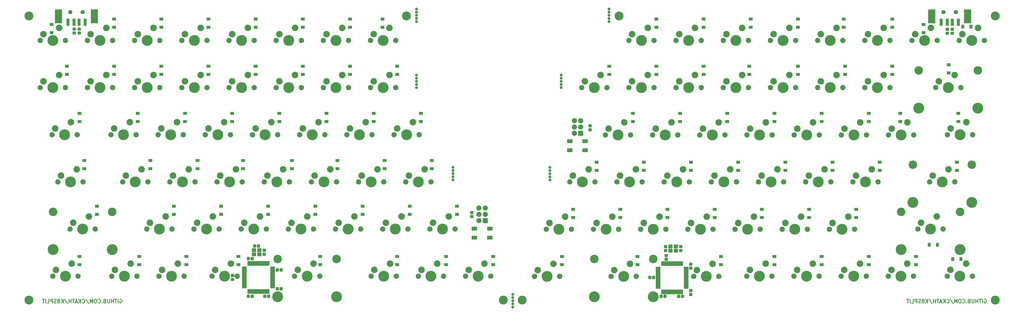
<source format=gbs>
G04 #@! TF.GenerationSoftware,KiCad,Pcbnew,5.1.5*
G04 #@! TF.CreationDate,2020-01-26T19:39:01+01:00*
G04 #@! TF.ProjectId,k8split,6b387370-6c69-4742-9e6b-696361645f70,rev?*
G04 #@! TF.SameCoordinates,Original*
G04 #@! TF.FileFunction,Soldermask,Bot*
G04 #@! TF.FilePolarity,Negative*
%FSLAX46Y46*%
G04 Gerber Fmt 4.6, Leading zero omitted, Abs format (unit mm)*
G04 Created by KiCad (PCBNEW 5.1.5) date 2020-01-26 19:39:01*
%MOMM*%
%LPD*%
G04 APERTURE LIST*
%ADD10C,0.300000*%
%ADD11C,0.100000*%
%ADD12R,2.200000X1.500000*%
%ADD13C,1.187400*%
%ADD14R,1.600000X1.300000*%
%ADD15R,1.300000X1.600000*%
%ADD16C,3.600000*%
%ADD17C,2.650000*%
%ADD18C,4.387800*%
%ADD19C,2.150000*%
%ADD20C,1.700000*%
%ADD21R,2.900000X5.550000*%
%ADD22R,1.300000X2.900000*%
%ADD23C,3.448000*%
%ADD24R,1.800000X1.600000*%
%ADD25R,0.950000X1.900000*%
%ADD26R,1.900000X0.950000*%
%ADD27R,2.100000X2.100000*%
%ADD28C,2.100000*%
G04 APERTURE END LIST*
D10*
X-26229857Y-141490000D02*
X-26087000Y-141418571D01*
X-25872714Y-141418571D01*
X-25658428Y-141490000D01*
X-25515571Y-141632857D01*
X-25444142Y-141775714D01*
X-25372714Y-142061428D01*
X-25372714Y-142275714D01*
X-25444142Y-142561428D01*
X-25515571Y-142704285D01*
X-25658428Y-142847142D01*
X-25872714Y-142918571D01*
X-26015571Y-142918571D01*
X-26229857Y-142847142D01*
X-26301285Y-142775714D01*
X-26301285Y-142275714D01*
X-26015571Y-142275714D01*
X-26944142Y-142918571D02*
X-26944142Y-141418571D01*
X-27444142Y-141418571D02*
X-28301285Y-141418571D01*
X-27872714Y-142918571D02*
X-27872714Y-141418571D01*
X-28801285Y-142918571D02*
X-28801285Y-141418571D01*
X-28801285Y-142132857D02*
X-29658428Y-142132857D01*
X-29658428Y-142918571D02*
X-29658428Y-141418571D01*
X-30372714Y-141418571D02*
X-30372714Y-142632857D01*
X-30444142Y-142775714D01*
X-30515571Y-142847142D01*
X-30658428Y-142918571D01*
X-30944142Y-142918571D01*
X-31086999Y-142847142D01*
X-31158428Y-142775714D01*
X-31229857Y-142632857D01*
X-31229857Y-141418571D01*
X-32444142Y-142132857D02*
X-32658428Y-142204285D01*
X-32729857Y-142275714D01*
X-32801285Y-142418571D01*
X-32801285Y-142632857D01*
X-32729857Y-142775714D01*
X-32658428Y-142847142D01*
X-32515571Y-142918571D01*
X-31944142Y-142918571D01*
X-31944142Y-141418571D01*
X-32444142Y-141418571D01*
X-32586999Y-141490000D01*
X-32658428Y-141561428D01*
X-32729857Y-141704285D01*
X-32729857Y-141847142D01*
X-32658428Y-141990000D01*
X-32586999Y-142061428D01*
X-32444142Y-142132857D01*
X-31944142Y-142132857D01*
X-33444142Y-142775714D02*
X-33515571Y-142847142D01*
X-33444142Y-142918571D01*
X-33372714Y-142847142D01*
X-33444142Y-142775714D01*
X-33444142Y-142918571D01*
X-35015571Y-142775714D02*
X-34944142Y-142847142D01*
X-34729857Y-142918571D01*
X-34587000Y-142918571D01*
X-34372714Y-142847142D01*
X-34229857Y-142704285D01*
X-34158428Y-142561428D01*
X-34087000Y-142275714D01*
X-34087000Y-142061428D01*
X-34158428Y-141775714D01*
X-34229857Y-141632857D01*
X-34372714Y-141490000D01*
X-34587000Y-141418571D01*
X-34729857Y-141418571D01*
X-34944142Y-141490000D01*
X-35015571Y-141561428D01*
X-35944142Y-141418571D02*
X-36229857Y-141418571D01*
X-36372714Y-141490000D01*
X-36515571Y-141632857D01*
X-36586999Y-141918571D01*
X-36586999Y-142418571D01*
X-36515571Y-142704285D01*
X-36372714Y-142847142D01*
X-36229857Y-142918571D01*
X-35944142Y-142918571D01*
X-35801285Y-142847142D01*
X-35658428Y-142704285D01*
X-35587000Y-142418571D01*
X-35587000Y-141918571D01*
X-35658428Y-141632857D01*
X-35801285Y-141490000D01*
X-35944142Y-141418571D01*
X-37229857Y-142918571D02*
X-37229857Y-141418571D01*
X-37729857Y-142490000D01*
X-38229857Y-141418571D01*
X-38229857Y-142918571D01*
X-40015571Y-141347142D02*
X-38729857Y-143275714D01*
X-41372714Y-142775714D02*
X-41301285Y-142847142D01*
X-41086999Y-142918571D01*
X-40944142Y-142918571D01*
X-40729857Y-142847142D01*
X-40586999Y-142704285D01*
X-40515571Y-142561428D01*
X-40444142Y-142275714D01*
X-40444142Y-142061428D01*
X-40515571Y-141775714D01*
X-40586999Y-141632857D01*
X-40729857Y-141490000D01*
X-40944142Y-141418571D01*
X-41086999Y-141418571D01*
X-41301285Y-141490000D01*
X-41372714Y-141561428D01*
X-42015571Y-142918571D02*
X-42015571Y-141418571D01*
X-42872714Y-142918571D02*
X-42229857Y-142061428D01*
X-42872714Y-141418571D02*
X-42015571Y-142275714D01*
X-43444142Y-142490000D02*
X-44158428Y-142490000D01*
X-43301285Y-142918571D02*
X-43801285Y-141418571D01*
X-44301285Y-142918571D01*
X-44586999Y-141418571D02*
X-45444142Y-141418571D01*
X-45015571Y-142918571D02*
X-45015571Y-141418571D01*
X-45944142Y-142918571D02*
X-45944142Y-141418571D01*
X-45944142Y-142132857D02*
X-46801285Y-142132857D01*
X-46801285Y-142918571D02*
X-46801285Y-141418571D01*
X-48586999Y-141347142D02*
X-47301285Y-143275714D01*
X-49086999Y-142918571D02*
X-49086999Y-141418571D01*
X-49944142Y-142918571D02*
X-49301285Y-142061428D01*
X-49944142Y-141418571D02*
X-49086999Y-142275714D01*
X-50801285Y-142061428D02*
X-50658428Y-141990000D01*
X-50586999Y-141918571D01*
X-50515571Y-141775714D01*
X-50515571Y-141704285D01*
X-50586999Y-141561428D01*
X-50658428Y-141490000D01*
X-50801285Y-141418571D01*
X-51086999Y-141418571D01*
X-51229857Y-141490000D01*
X-51301285Y-141561428D01*
X-51372714Y-141704285D01*
X-51372714Y-141775714D01*
X-51301285Y-141918571D01*
X-51229857Y-141990000D01*
X-51086999Y-142061428D01*
X-50801285Y-142061428D01*
X-50658428Y-142132857D01*
X-50586999Y-142204285D01*
X-50515571Y-142347142D01*
X-50515571Y-142632857D01*
X-50586999Y-142775714D01*
X-50658428Y-142847142D01*
X-50801285Y-142918571D01*
X-51086999Y-142918571D01*
X-51229857Y-142847142D01*
X-51301285Y-142775714D01*
X-51372714Y-142632857D01*
X-51372714Y-142347142D01*
X-51301285Y-142204285D01*
X-51229857Y-142132857D01*
X-51086999Y-142061428D01*
X-51944142Y-142847142D02*
X-52158428Y-142918571D01*
X-52515571Y-142918571D01*
X-52658428Y-142847142D01*
X-52729857Y-142775714D01*
X-52801285Y-142632857D01*
X-52801285Y-142490000D01*
X-52729857Y-142347142D01*
X-52658428Y-142275714D01*
X-52515571Y-142204285D01*
X-52229857Y-142132857D01*
X-52086999Y-142061428D01*
X-52015571Y-141990000D01*
X-51944142Y-141847142D01*
X-51944142Y-141704285D01*
X-52015571Y-141561428D01*
X-52086999Y-141490000D01*
X-52229857Y-141418571D01*
X-52586999Y-141418571D01*
X-52801285Y-141490000D01*
X-53444142Y-142918571D02*
X-53444142Y-141418571D01*
X-54015571Y-141418571D01*
X-54158428Y-141490000D01*
X-54229857Y-141561428D01*
X-54301285Y-141704285D01*
X-54301285Y-141918571D01*
X-54229857Y-142061428D01*
X-54158428Y-142132857D01*
X-54015571Y-142204285D01*
X-53444142Y-142204285D01*
X-55658428Y-142918571D02*
X-54944142Y-142918571D01*
X-54944142Y-141418571D01*
X-56158428Y-142918571D02*
X-56158428Y-141418571D01*
X-56658428Y-141418571D02*
X-57515571Y-141418571D01*
X-57086999Y-142918571D02*
X-57086999Y-141418571D01*
X322766142Y-141490000D02*
X322909000Y-141418571D01*
X323123285Y-141418571D01*
X323337571Y-141490000D01*
X323480428Y-141632857D01*
X323551857Y-141775714D01*
X323623285Y-142061428D01*
X323623285Y-142275714D01*
X323551857Y-142561428D01*
X323480428Y-142704285D01*
X323337571Y-142847142D01*
X323123285Y-142918571D01*
X322980428Y-142918571D01*
X322766142Y-142847142D01*
X322694714Y-142775714D01*
X322694714Y-142275714D01*
X322980428Y-142275714D01*
X322051857Y-142918571D02*
X322051857Y-141418571D01*
X321551857Y-141418571D02*
X320694714Y-141418571D01*
X321123285Y-142918571D02*
X321123285Y-141418571D01*
X320194714Y-142918571D02*
X320194714Y-141418571D01*
X320194714Y-142132857D02*
X319337571Y-142132857D01*
X319337571Y-142918571D02*
X319337571Y-141418571D01*
X318623285Y-141418571D02*
X318623285Y-142632857D01*
X318551857Y-142775714D01*
X318480428Y-142847142D01*
X318337571Y-142918571D01*
X318051857Y-142918571D01*
X317909000Y-142847142D01*
X317837571Y-142775714D01*
X317766142Y-142632857D01*
X317766142Y-141418571D01*
X316551857Y-142132857D02*
X316337571Y-142204285D01*
X316266142Y-142275714D01*
X316194714Y-142418571D01*
X316194714Y-142632857D01*
X316266142Y-142775714D01*
X316337571Y-142847142D01*
X316480428Y-142918571D01*
X317051857Y-142918571D01*
X317051857Y-141418571D01*
X316551857Y-141418571D01*
X316409000Y-141490000D01*
X316337571Y-141561428D01*
X316266142Y-141704285D01*
X316266142Y-141847142D01*
X316337571Y-141990000D01*
X316409000Y-142061428D01*
X316551857Y-142132857D01*
X317051857Y-142132857D01*
X315551857Y-142775714D02*
X315480428Y-142847142D01*
X315551857Y-142918571D01*
X315623285Y-142847142D01*
X315551857Y-142775714D01*
X315551857Y-142918571D01*
X313980428Y-142775714D02*
X314051857Y-142847142D01*
X314266142Y-142918571D01*
X314409000Y-142918571D01*
X314623285Y-142847142D01*
X314766142Y-142704285D01*
X314837571Y-142561428D01*
X314909000Y-142275714D01*
X314909000Y-142061428D01*
X314837571Y-141775714D01*
X314766142Y-141632857D01*
X314623285Y-141490000D01*
X314409000Y-141418571D01*
X314266142Y-141418571D01*
X314051857Y-141490000D01*
X313980428Y-141561428D01*
X313051857Y-141418571D02*
X312766142Y-141418571D01*
X312623285Y-141490000D01*
X312480428Y-141632857D01*
X312409000Y-141918571D01*
X312409000Y-142418571D01*
X312480428Y-142704285D01*
X312623285Y-142847142D01*
X312766142Y-142918571D01*
X313051857Y-142918571D01*
X313194714Y-142847142D01*
X313337571Y-142704285D01*
X313409000Y-142418571D01*
X313409000Y-141918571D01*
X313337571Y-141632857D01*
X313194714Y-141490000D01*
X313051857Y-141418571D01*
X311766142Y-142918571D02*
X311766142Y-141418571D01*
X311266142Y-142490000D01*
X310766142Y-141418571D01*
X310766142Y-142918571D01*
X308980428Y-141347142D02*
X310266142Y-143275714D01*
X307623285Y-142775714D02*
X307694714Y-142847142D01*
X307909000Y-142918571D01*
X308051857Y-142918571D01*
X308266142Y-142847142D01*
X308409000Y-142704285D01*
X308480428Y-142561428D01*
X308551857Y-142275714D01*
X308551857Y-142061428D01*
X308480428Y-141775714D01*
X308409000Y-141632857D01*
X308266142Y-141490000D01*
X308051857Y-141418571D01*
X307909000Y-141418571D01*
X307694714Y-141490000D01*
X307623285Y-141561428D01*
X306980428Y-142918571D02*
X306980428Y-141418571D01*
X306123285Y-142918571D02*
X306766142Y-142061428D01*
X306123285Y-141418571D02*
X306980428Y-142275714D01*
X305551857Y-142490000D02*
X304837571Y-142490000D01*
X305694714Y-142918571D02*
X305194714Y-141418571D01*
X304694714Y-142918571D01*
X304409000Y-141418571D02*
X303551857Y-141418571D01*
X303980428Y-142918571D02*
X303980428Y-141418571D01*
X303051857Y-142918571D02*
X303051857Y-141418571D01*
X303051857Y-142132857D02*
X302194714Y-142132857D01*
X302194714Y-142918571D02*
X302194714Y-141418571D01*
X300409000Y-141347142D02*
X301694714Y-143275714D01*
X299909000Y-142918571D02*
X299909000Y-141418571D01*
X299051857Y-142918571D02*
X299694714Y-142061428D01*
X299051857Y-141418571D02*
X299909000Y-142275714D01*
X298194714Y-142061428D02*
X298337571Y-141990000D01*
X298409000Y-141918571D01*
X298480428Y-141775714D01*
X298480428Y-141704285D01*
X298409000Y-141561428D01*
X298337571Y-141490000D01*
X298194714Y-141418571D01*
X297909000Y-141418571D01*
X297766142Y-141490000D01*
X297694714Y-141561428D01*
X297623285Y-141704285D01*
X297623285Y-141775714D01*
X297694714Y-141918571D01*
X297766142Y-141990000D01*
X297909000Y-142061428D01*
X298194714Y-142061428D01*
X298337571Y-142132857D01*
X298409000Y-142204285D01*
X298480428Y-142347142D01*
X298480428Y-142632857D01*
X298409000Y-142775714D01*
X298337571Y-142847142D01*
X298194714Y-142918571D01*
X297909000Y-142918571D01*
X297766142Y-142847142D01*
X297694714Y-142775714D01*
X297623285Y-142632857D01*
X297623285Y-142347142D01*
X297694714Y-142204285D01*
X297766142Y-142132857D01*
X297909000Y-142061428D01*
X297051857Y-142847142D02*
X296837571Y-142918571D01*
X296480428Y-142918571D01*
X296337571Y-142847142D01*
X296266142Y-142775714D01*
X296194714Y-142632857D01*
X296194714Y-142490000D01*
X296266142Y-142347142D01*
X296337571Y-142275714D01*
X296480428Y-142204285D01*
X296766142Y-142132857D01*
X296909000Y-142061428D01*
X296980428Y-141990000D01*
X297051857Y-141847142D01*
X297051857Y-141704285D01*
X296980428Y-141561428D01*
X296909000Y-141490000D01*
X296766142Y-141418571D01*
X296409000Y-141418571D01*
X296194714Y-141490000D01*
X295551857Y-142918571D02*
X295551857Y-141418571D01*
X294980428Y-141418571D01*
X294837571Y-141490000D01*
X294766142Y-141561428D01*
X294694714Y-141704285D01*
X294694714Y-141918571D01*
X294766142Y-142061428D01*
X294837571Y-142132857D01*
X294980428Y-142204285D01*
X295551857Y-142204285D01*
X293337571Y-142918571D02*
X294051857Y-142918571D01*
X294051857Y-141418571D01*
X292837571Y-142918571D02*
X292837571Y-141418571D01*
X292337571Y-141418571D02*
X291480428Y-141418571D01*
X291909000Y-142918571D02*
X291909000Y-141418571D01*
D11*
G36*
X204603493Y-137260535D02*
G01*
X204634435Y-137265125D01*
X204664778Y-137272725D01*
X204694230Y-137283263D01*
X204722508Y-137296638D01*
X204749338Y-137312719D01*
X204774463Y-137331353D01*
X204797640Y-137352360D01*
X204818647Y-137375537D01*
X204837281Y-137400662D01*
X204853362Y-137427492D01*
X204866737Y-137455770D01*
X204877275Y-137485222D01*
X204884875Y-137515565D01*
X204889465Y-137546507D01*
X204891000Y-137577750D01*
X204891000Y-138215250D01*
X204889465Y-138246493D01*
X204884875Y-138277435D01*
X204877275Y-138307778D01*
X204866737Y-138337230D01*
X204853362Y-138365508D01*
X204837281Y-138392338D01*
X204818647Y-138417463D01*
X204797640Y-138440640D01*
X204774463Y-138461647D01*
X204749338Y-138480281D01*
X204722508Y-138496362D01*
X204694230Y-138509737D01*
X204664778Y-138520275D01*
X204634435Y-138527875D01*
X204603493Y-138532465D01*
X204572250Y-138534000D01*
X203859750Y-138534000D01*
X203828507Y-138532465D01*
X203797565Y-138527875D01*
X203767222Y-138520275D01*
X203737770Y-138509737D01*
X203709492Y-138496362D01*
X203682662Y-138480281D01*
X203657537Y-138461647D01*
X203634360Y-138440640D01*
X203613353Y-138417463D01*
X203594719Y-138392338D01*
X203578638Y-138365508D01*
X203565263Y-138337230D01*
X203554725Y-138307778D01*
X203547125Y-138277435D01*
X203542535Y-138246493D01*
X203541000Y-138215250D01*
X203541000Y-137577750D01*
X203542535Y-137546507D01*
X203547125Y-137515565D01*
X203554725Y-137485222D01*
X203565263Y-137455770D01*
X203578638Y-137427492D01*
X203594719Y-137400662D01*
X203613353Y-137375537D01*
X203634360Y-137352360D01*
X203657537Y-137331353D01*
X203682662Y-137312719D01*
X203709492Y-137296638D01*
X203737770Y-137283263D01*
X203767222Y-137272725D01*
X203797565Y-137265125D01*
X203828507Y-137260535D01*
X203859750Y-137259000D01*
X204572250Y-137259000D01*
X204603493Y-137260535D01*
G37*
G36*
X204603493Y-138835535D02*
G01*
X204634435Y-138840125D01*
X204664778Y-138847725D01*
X204694230Y-138858263D01*
X204722508Y-138871638D01*
X204749338Y-138887719D01*
X204774463Y-138906353D01*
X204797640Y-138927360D01*
X204818647Y-138950537D01*
X204837281Y-138975662D01*
X204853362Y-139002492D01*
X204866737Y-139030770D01*
X204877275Y-139060222D01*
X204884875Y-139090565D01*
X204889465Y-139121507D01*
X204891000Y-139152750D01*
X204891000Y-139790250D01*
X204889465Y-139821493D01*
X204884875Y-139852435D01*
X204877275Y-139882778D01*
X204866737Y-139912230D01*
X204853362Y-139940508D01*
X204837281Y-139967338D01*
X204818647Y-139992463D01*
X204797640Y-140015640D01*
X204774463Y-140036647D01*
X204749338Y-140055281D01*
X204722508Y-140071362D01*
X204694230Y-140084737D01*
X204664778Y-140095275D01*
X204634435Y-140102875D01*
X204603493Y-140107465D01*
X204572250Y-140109000D01*
X203859750Y-140109000D01*
X203828507Y-140107465D01*
X203797565Y-140102875D01*
X203767222Y-140095275D01*
X203737770Y-140084737D01*
X203709492Y-140071362D01*
X203682662Y-140055281D01*
X203657537Y-140036647D01*
X203634360Y-140015640D01*
X203613353Y-139992463D01*
X203594719Y-139967338D01*
X203578638Y-139940508D01*
X203565263Y-139912230D01*
X203554725Y-139882778D01*
X203547125Y-139852435D01*
X203542535Y-139821493D01*
X203541000Y-139790250D01*
X203541000Y-139152750D01*
X203542535Y-139121507D01*
X203547125Y-139090565D01*
X203554725Y-139060222D01*
X203565263Y-139030770D01*
X203578638Y-139002492D01*
X203594719Y-138975662D01*
X203613353Y-138950537D01*
X203634360Y-138927360D01*
X203657537Y-138906353D01*
X203682662Y-138887719D01*
X203709492Y-138871638D01*
X203737770Y-138858263D01*
X203767222Y-138847725D01*
X203797565Y-138840125D01*
X203828507Y-138835535D01*
X203859750Y-138834000D01*
X204572250Y-138834000D01*
X204603493Y-138835535D01*
G37*
G36*
X37662493Y-136486535D02*
G01*
X37693435Y-136491125D01*
X37723778Y-136498725D01*
X37753230Y-136509263D01*
X37781508Y-136522638D01*
X37808338Y-136538719D01*
X37833463Y-136557353D01*
X37856640Y-136578360D01*
X37877647Y-136601537D01*
X37896281Y-136626662D01*
X37912362Y-136653492D01*
X37925737Y-136681770D01*
X37936275Y-136711222D01*
X37943875Y-136741565D01*
X37948465Y-136772507D01*
X37950000Y-136803750D01*
X37950000Y-137516250D01*
X37948465Y-137547493D01*
X37943875Y-137578435D01*
X37936275Y-137608778D01*
X37925737Y-137638230D01*
X37912362Y-137666508D01*
X37896281Y-137693338D01*
X37877647Y-137718463D01*
X37856640Y-137741640D01*
X37833463Y-137762647D01*
X37808338Y-137781281D01*
X37781508Y-137797362D01*
X37753230Y-137810737D01*
X37723778Y-137821275D01*
X37693435Y-137828875D01*
X37662493Y-137833465D01*
X37631250Y-137835000D01*
X36993750Y-137835000D01*
X36962507Y-137833465D01*
X36931565Y-137828875D01*
X36901222Y-137821275D01*
X36871770Y-137810737D01*
X36843492Y-137797362D01*
X36816662Y-137781281D01*
X36791537Y-137762647D01*
X36768360Y-137741640D01*
X36747353Y-137718463D01*
X36728719Y-137693338D01*
X36712638Y-137666508D01*
X36699263Y-137638230D01*
X36688725Y-137608778D01*
X36681125Y-137578435D01*
X36676535Y-137547493D01*
X36675000Y-137516250D01*
X36675000Y-136803750D01*
X36676535Y-136772507D01*
X36681125Y-136741565D01*
X36688725Y-136711222D01*
X36699263Y-136681770D01*
X36712638Y-136653492D01*
X36728719Y-136626662D01*
X36747353Y-136601537D01*
X36768360Y-136578360D01*
X36791537Y-136557353D01*
X36816662Y-136538719D01*
X36843492Y-136522638D01*
X36871770Y-136509263D01*
X36901222Y-136498725D01*
X36931565Y-136491125D01*
X36962507Y-136486535D01*
X36993750Y-136485000D01*
X37631250Y-136485000D01*
X37662493Y-136486535D01*
G37*
G36*
X39237493Y-136486535D02*
G01*
X39268435Y-136491125D01*
X39298778Y-136498725D01*
X39328230Y-136509263D01*
X39356508Y-136522638D01*
X39383338Y-136538719D01*
X39408463Y-136557353D01*
X39431640Y-136578360D01*
X39452647Y-136601537D01*
X39471281Y-136626662D01*
X39487362Y-136653492D01*
X39500737Y-136681770D01*
X39511275Y-136711222D01*
X39518875Y-136741565D01*
X39523465Y-136772507D01*
X39525000Y-136803750D01*
X39525000Y-137516250D01*
X39523465Y-137547493D01*
X39518875Y-137578435D01*
X39511275Y-137608778D01*
X39500737Y-137638230D01*
X39487362Y-137666508D01*
X39471281Y-137693338D01*
X39452647Y-137718463D01*
X39431640Y-137741640D01*
X39408463Y-137762647D01*
X39383338Y-137781281D01*
X39356508Y-137797362D01*
X39328230Y-137810737D01*
X39298778Y-137821275D01*
X39268435Y-137828875D01*
X39237493Y-137833465D01*
X39206250Y-137835000D01*
X38568750Y-137835000D01*
X38537507Y-137833465D01*
X38506565Y-137828875D01*
X38476222Y-137821275D01*
X38446770Y-137810737D01*
X38418492Y-137797362D01*
X38391662Y-137781281D01*
X38366537Y-137762647D01*
X38343360Y-137741640D01*
X38322353Y-137718463D01*
X38303719Y-137693338D01*
X38287638Y-137666508D01*
X38274263Y-137638230D01*
X38263725Y-137608778D01*
X38256125Y-137578435D01*
X38251535Y-137547493D01*
X38250000Y-137516250D01*
X38250000Y-136803750D01*
X38251535Y-136772507D01*
X38256125Y-136741565D01*
X38263725Y-136711222D01*
X38274263Y-136681770D01*
X38287638Y-136653492D01*
X38303719Y-136626662D01*
X38322353Y-136601537D01*
X38343360Y-136578360D01*
X38366537Y-136557353D01*
X38391662Y-136538719D01*
X38418492Y-136522638D01*
X38446770Y-136509263D01*
X38476222Y-136498725D01*
X38506565Y-136491125D01*
X38537507Y-136486535D01*
X38568750Y-136485000D01*
X39206250Y-136485000D01*
X39237493Y-136486535D01*
G37*
G36*
X310242093Y-31672735D02*
G01*
X310273035Y-31677325D01*
X310303378Y-31684925D01*
X310332830Y-31695463D01*
X310361108Y-31708838D01*
X310387938Y-31724919D01*
X310413063Y-31743553D01*
X310436240Y-31764560D01*
X310457247Y-31787737D01*
X310475881Y-31812862D01*
X310491962Y-31839692D01*
X310505337Y-31867970D01*
X310515875Y-31897422D01*
X310523475Y-31927765D01*
X310528065Y-31958707D01*
X310529600Y-31989950D01*
X310529600Y-32627450D01*
X310528065Y-32658693D01*
X310523475Y-32689635D01*
X310515875Y-32719978D01*
X310505337Y-32749430D01*
X310491962Y-32777708D01*
X310475881Y-32804538D01*
X310457247Y-32829663D01*
X310436240Y-32852840D01*
X310413063Y-32873847D01*
X310387938Y-32892481D01*
X310361108Y-32908562D01*
X310332830Y-32921937D01*
X310303378Y-32932475D01*
X310273035Y-32940075D01*
X310242093Y-32944665D01*
X310210850Y-32946200D01*
X309498350Y-32946200D01*
X309467107Y-32944665D01*
X309436165Y-32940075D01*
X309405822Y-32932475D01*
X309376370Y-32921937D01*
X309348092Y-32908562D01*
X309321262Y-32892481D01*
X309296137Y-32873847D01*
X309272960Y-32852840D01*
X309251953Y-32829663D01*
X309233319Y-32804538D01*
X309217238Y-32777708D01*
X309203863Y-32749430D01*
X309193325Y-32719978D01*
X309185725Y-32689635D01*
X309181135Y-32658693D01*
X309179600Y-32627450D01*
X309179600Y-31989950D01*
X309181135Y-31958707D01*
X309185725Y-31927765D01*
X309193325Y-31897422D01*
X309203863Y-31867970D01*
X309217238Y-31839692D01*
X309233319Y-31812862D01*
X309251953Y-31787737D01*
X309272960Y-31764560D01*
X309296137Y-31743553D01*
X309321262Y-31724919D01*
X309348092Y-31708838D01*
X309376370Y-31695463D01*
X309405822Y-31684925D01*
X309436165Y-31677325D01*
X309467107Y-31672735D01*
X309498350Y-31671200D01*
X310210850Y-31671200D01*
X310242093Y-31672735D01*
G37*
G36*
X310242093Y-33247735D02*
G01*
X310273035Y-33252325D01*
X310303378Y-33259925D01*
X310332830Y-33270463D01*
X310361108Y-33283838D01*
X310387938Y-33299919D01*
X310413063Y-33318553D01*
X310436240Y-33339560D01*
X310457247Y-33362737D01*
X310475881Y-33387862D01*
X310491962Y-33414692D01*
X310505337Y-33442970D01*
X310515875Y-33472422D01*
X310523475Y-33502765D01*
X310528065Y-33533707D01*
X310529600Y-33564950D01*
X310529600Y-34202450D01*
X310528065Y-34233693D01*
X310523475Y-34264635D01*
X310515875Y-34294978D01*
X310505337Y-34324430D01*
X310491962Y-34352708D01*
X310475881Y-34379538D01*
X310457247Y-34404663D01*
X310436240Y-34427840D01*
X310413063Y-34448847D01*
X310387938Y-34467481D01*
X310361108Y-34483562D01*
X310332830Y-34496937D01*
X310303378Y-34507475D01*
X310273035Y-34515075D01*
X310242093Y-34519665D01*
X310210850Y-34521200D01*
X309498350Y-34521200D01*
X309467107Y-34519665D01*
X309436165Y-34515075D01*
X309405822Y-34507475D01*
X309376370Y-34496937D01*
X309348092Y-34483562D01*
X309321262Y-34467481D01*
X309296137Y-34448847D01*
X309272960Y-34427840D01*
X309251953Y-34404663D01*
X309233319Y-34379538D01*
X309217238Y-34352708D01*
X309203863Y-34324430D01*
X309193325Y-34294978D01*
X309185725Y-34264635D01*
X309181135Y-34233693D01*
X309179600Y-34202450D01*
X309179600Y-33564950D01*
X309181135Y-33533707D01*
X309185725Y-33502765D01*
X309193325Y-33472422D01*
X309203863Y-33442970D01*
X309217238Y-33414692D01*
X309233319Y-33387862D01*
X309251953Y-33362737D01*
X309272960Y-33339560D01*
X309296137Y-33318553D01*
X309321262Y-33299919D01*
X309348092Y-33283838D01*
X309376370Y-33270463D01*
X309405822Y-33259925D01*
X309436165Y-33252325D01*
X309467107Y-33247735D01*
X309498350Y-33246200D01*
X310210850Y-33246200D01*
X310242093Y-33247735D01*
G37*
G36*
X308210093Y-31672735D02*
G01*
X308241035Y-31677325D01*
X308271378Y-31684925D01*
X308300830Y-31695463D01*
X308329108Y-31708838D01*
X308355938Y-31724919D01*
X308381063Y-31743553D01*
X308404240Y-31764560D01*
X308425247Y-31787737D01*
X308443881Y-31812862D01*
X308459962Y-31839692D01*
X308473337Y-31867970D01*
X308483875Y-31897422D01*
X308491475Y-31927765D01*
X308496065Y-31958707D01*
X308497600Y-31989950D01*
X308497600Y-32627450D01*
X308496065Y-32658693D01*
X308491475Y-32689635D01*
X308483875Y-32719978D01*
X308473337Y-32749430D01*
X308459962Y-32777708D01*
X308443881Y-32804538D01*
X308425247Y-32829663D01*
X308404240Y-32852840D01*
X308381063Y-32873847D01*
X308355938Y-32892481D01*
X308329108Y-32908562D01*
X308300830Y-32921937D01*
X308271378Y-32932475D01*
X308241035Y-32940075D01*
X308210093Y-32944665D01*
X308178850Y-32946200D01*
X307466350Y-32946200D01*
X307435107Y-32944665D01*
X307404165Y-32940075D01*
X307373822Y-32932475D01*
X307344370Y-32921937D01*
X307316092Y-32908562D01*
X307289262Y-32892481D01*
X307264137Y-32873847D01*
X307240960Y-32852840D01*
X307219953Y-32829663D01*
X307201319Y-32804538D01*
X307185238Y-32777708D01*
X307171863Y-32749430D01*
X307161325Y-32719978D01*
X307153725Y-32689635D01*
X307149135Y-32658693D01*
X307147600Y-32627450D01*
X307147600Y-31989950D01*
X307149135Y-31958707D01*
X307153725Y-31927765D01*
X307161325Y-31897422D01*
X307171863Y-31867970D01*
X307185238Y-31839692D01*
X307201319Y-31812862D01*
X307219953Y-31787737D01*
X307240960Y-31764560D01*
X307264137Y-31743553D01*
X307289262Y-31724919D01*
X307316092Y-31708838D01*
X307344370Y-31695463D01*
X307373822Y-31684925D01*
X307404165Y-31677325D01*
X307435107Y-31672735D01*
X307466350Y-31671200D01*
X308178850Y-31671200D01*
X308210093Y-31672735D01*
G37*
G36*
X308210093Y-33247735D02*
G01*
X308241035Y-33252325D01*
X308271378Y-33259925D01*
X308300830Y-33270463D01*
X308329108Y-33283838D01*
X308355938Y-33299919D01*
X308381063Y-33318553D01*
X308404240Y-33339560D01*
X308425247Y-33362737D01*
X308443881Y-33387862D01*
X308459962Y-33414692D01*
X308473337Y-33442970D01*
X308483875Y-33472422D01*
X308491475Y-33502765D01*
X308496065Y-33533707D01*
X308497600Y-33564950D01*
X308497600Y-34202450D01*
X308496065Y-34233693D01*
X308491475Y-34264635D01*
X308483875Y-34294978D01*
X308473337Y-34324430D01*
X308459962Y-34352708D01*
X308443881Y-34379538D01*
X308425247Y-34404663D01*
X308404240Y-34427840D01*
X308381063Y-34448847D01*
X308355938Y-34467481D01*
X308329108Y-34483562D01*
X308300830Y-34496937D01*
X308271378Y-34507475D01*
X308241035Y-34515075D01*
X308210093Y-34519665D01*
X308178850Y-34521200D01*
X307466350Y-34521200D01*
X307435107Y-34519665D01*
X307404165Y-34515075D01*
X307373822Y-34507475D01*
X307344370Y-34496937D01*
X307316092Y-34483562D01*
X307289262Y-34467481D01*
X307264137Y-34448847D01*
X307240960Y-34427840D01*
X307219953Y-34404663D01*
X307201319Y-34379538D01*
X307185238Y-34352708D01*
X307171863Y-34324430D01*
X307161325Y-34294978D01*
X307153725Y-34264635D01*
X307149135Y-34233693D01*
X307147600Y-34202450D01*
X307147600Y-33564950D01*
X307149135Y-33533707D01*
X307153725Y-33502765D01*
X307161325Y-33472422D01*
X307171863Y-33442970D01*
X307185238Y-33414692D01*
X307201319Y-33387862D01*
X307219953Y-33362737D01*
X307240960Y-33339560D01*
X307264137Y-33318553D01*
X307289262Y-33299919D01*
X307316092Y-33283838D01*
X307344370Y-33270463D01*
X307373822Y-33259925D01*
X307404165Y-33252325D01*
X307435107Y-33247735D01*
X307466350Y-33246200D01*
X308178850Y-33246200D01*
X308210093Y-33247735D01*
G37*
G36*
X-42284507Y-31596535D02*
G01*
X-42253565Y-31601125D01*
X-42223222Y-31608725D01*
X-42193770Y-31619263D01*
X-42165492Y-31632638D01*
X-42138662Y-31648719D01*
X-42113537Y-31667353D01*
X-42090360Y-31688360D01*
X-42069353Y-31711537D01*
X-42050719Y-31736662D01*
X-42034638Y-31763492D01*
X-42021263Y-31791770D01*
X-42010725Y-31821222D01*
X-42003125Y-31851565D01*
X-41998535Y-31882507D01*
X-41997000Y-31913750D01*
X-41997000Y-32551250D01*
X-41998535Y-32582493D01*
X-42003125Y-32613435D01*
X-42010725Y-32643778D01*
X-42021263Y-32673230D01*
X-42034638Y-32701508D01*
X-42050719Y-32728338D01*
X-42069353Y-32753463D01*
X-42090360Y-32776640D01*
X-42113537Y-32797647D01*
X-42138662Y-32816281D01*
X-42165492Y-32832362D01*
X-42193770Y-32845737D01*
X-42223222Y-32856275D01*
X-42253565Y-32863875D01*
X-42284507Y-32868465D01*
X-42315750Y-32870000D01*
X-43028250Y-32870000D01*
X-43059493Y-32868465D01*
X-43090435Y-32863875D01*
X-43120778Y-32856275D01*
X-43150230Y-32845737D01*
X-43178508Y-32832362D01*
X-43205338Y-32816281D01*
X-43230463Y-32797647D01*
X-43253640Y-32776640D01*
X-43274647Y-32753463D01*
X-43293281Y-32728338D01*
X-43309362Y-32701508D01*
X-43322737Y-32673230D01*
X-43333275Y-32643778D01*
X-43340875Y-32613435D01*
X-43345465Y-32582493D01*
X-43347000Y-32551250D01*
X-43347000Y-31913750D01*
X-43345465Y-31882507D01*
X-43340875Y-31851565D01*
X-43333275Y-31821222D01*
X-43322737Y-31791770D01*
X-43309362Y-31763492D01*
X-43293281Y-31736662D01*
X-43274647Y-31711537D01*
X-43253640Y-31688360D01*
X-43230463Y-31667353D01*
X-43205338Y-31648719D01*
X-43178508Y-31632638D01*
X-43150230Y-31619263D01*
X-43120778Y-31608725D01*
X-43090435Y-31601125D01*
X-43059493Y-31596535D01*
X-43028250Y-31595000D01*
X-42315750Y-31595000D01*
X-42284507Y-31596535D01*
G37*
G36*
X-42284507Y-33171535D02*
G01*
X-42253565Y-33176125D01*
X-42223222Y-33183725D01*
X-42193770Y-33194263D01*
X-42165492Y-33207638D01*
X-42138662Y-33223719D01*
X-42113537Y-33242353D01*
X-42090360Y-33263360D01*
X-42069353Y-33286537D01*
X-42050719Y-33311662D01*
X-42034638Y-33338492D01*
X-42021263Y-33366770D01*
X-42010725Y-33396222D01*
X-42003125Y-33426565D01*
X-41998535Y-33457507D01*
X-41997000Y-33488750D01*
X-41997000Y-34126250D01*
X-41998535Y-34157493D01*
X-42003125Y-34188435D01*
X-42010725Y-34218778D01*
X-42021263Y-34248230D01*
X-42034638Y-34276508D01*
X-42050719Y-34303338D01*
X-42069353Y-34328463D01*
X-42090360Y-34351640D01*
X-42113537Y-34372647D01*
X-42138662Y-34391281D01*
X-42165492Y-34407362D01*
X-42193770Y-34420737D01*
X-42223222Y-34431275D01*
X-42253565Y-34438875D01*
X-42284507Y-34443465D01*
X-42315750Y-34445000D01*
X-43028250Y-34445000D01*
X-43059493Y-34443465D01*
X-43090435Y-34438875D01*
X-43120778Y-34431275D01*
X-43150230Y-34420737D01*
X-43178508Y-34407362D01*
X-43205338Y-34391281D01*
X-43230463Y-34372647D01*
X-43253640Y-34351640D01*
X-43274647Y-34328463D01*
X-43293281Y-34303338D01*
X-43309362Y-34276508D01*
X-43322737Y-34248230D01*
X-43333275Y-34218778D01*
X-43340875Y-34188435D01*
X-43345465Y-34157493D01*
X-43347000Y-34126250D01*
X-43347000Y-33488750D01*
X-43345465Y-33457507D01*
X-43340875Y-33426565D01*
X-43333275Y-33396222D01*
X-43322737Y-33366770D01*
X-43309362Y-33338492D01*
X-43293281Y-33311662D01*
X-43274647Y-33286537D01*
X-43253640Y-33263360D01*
X-43230463Y-33242353D01*
X-43205338Y-33223719D01*
X-43178508Y-33207638D01*
X-43150230Y-33194263D01*
X-43120778Y-33183725D01*
X-43090435Y-33176125D01*
X-43059493Y-33171535D01*
X-43028250Y-33170000D01*
X-42315750Y-33170000D01*
X-42284507Y-33171535D01*
G37*
G36*
X-44316507Y-31596535D02*
G01*
X-44285565Y-31601125D01*
X-44255222Y-31608725D01*
X-44225770Y-31619263D01*
X-44197492Y-31632638D01*
X-44170662Y-31648719D01*
X-44145537Y-31667353D01*
X-44122360Y-31688360D01*
X-44101353Y-31711537D01*
X-44082719Y-31736662D01*
X-44066638Y-31763492D01*
X-44053263Y-31791770D01*
X-44042725Y-31821222D01*
X-44035125Y-31851565D01*
X-44030535Y-31882507D01*
X-44029000Y-31913750D01*
X-44029000Y-32551250D01*
X-44030535Y-32582493D01*
X-44035125Y-32613435D01*
X-44042725Y-32643778D01*
X-44053263Y-32673230D01*
X-44066638Y-32701508D01*
X-44082719Y-32728338D01*
X-44101353Y-32753463D01*
X-44122360Y-32776640D01*
X-44145537Y-32797647D01*
X-44170662Y-32816281D01*
X-44197492Y-32832362D01*
X-44225770Y-32845737D01*
X-44255222Y-32856275D01*
X-44285565Y-32863875D01*
X-44316507Y-32868465D01*
X-44347750Y-32870000D01*
X-45060250Y-32870000D01*
X-45091493Y-32868465D01*
X-45122435Y-32863875D01*
X-45152778Y-32856275D01*
X-45182230Y-32845737D01*
X-45210508Y-32832362D01*
X-45237338Y-32816281D01*
X-45262463Y-32797647D01*
X-45285640Y-32776640D01*
X-45306647Y-32753463D01*
X-45325281Y-32728338D01*
X-45341362Y-32701508D01*
X-45354737Y-32673230D01*
X-45365275Y-32643778D01*
X-45372875Y-32613435D01*
X-45377465Y-32582493D01*
X-45379000Y-32551250D01*
X-45379000Y-31913750D01*
X-45377465Y-31882507D01*
X-45372875Y-31851565D01*
X-45365275Y-31821222D01*
X-45354737Y-31791770D01*
X-45341362Y-31763492D01*
X-45325281Y-31736662D01*
X-45306647Y-31711537D01*
X-45285640Y-31688360D01*
X-45262463Y-31667353D01*
X-45237338Y-31648719D01*
X-45210508Y-31632638D01*
X-45182230Y-31619263D01*
X-45152778Y-31608725D01*
X-45122435Y-31601125D01*
X-45091493Y-31596535D01*
X-45060250Y-31595000D01*
X-44347750Y-31595000D01*
X-44316507Y-31596535D01*
G37*
G36*
X-44316507Y-33171535D02*
G01*
X-44285565Y-33176125D01*
X-44255222Y-33183725D01*
X-44225770Y-33194263D01*
X-44197492Y-33207638D01*
X-44170662Y-33223719D01*
X-44145537Y-33242353D01*
X-44122360Y-33263360D01*
X-44101353Y-33286537D01*
X-44082719Y-33311662D01*
X-44066638Y-33338492D01*
X-44053263Y-33366770D01*
X-44042725Y-33396222D01*
X-44035125Y-33426565D01*
X-44030535Y-33457507D01*
X-44029000Y-33488750D01*
X-44029000Y-34126250D01*
X-44030535Y-34157493D01*
X-44035125Y-34188435D01*
X-44042725Y-34218778D01*
X-44053263Y-34248230D01*
X-44066638Y-34276508D01*
X-44082719Y-34303338D01*
X-44101353Y-34328463D01*
X-44122360Y-34351640D01*
X-44145537Y-34372647D01*
X-44170662Y-34391281D01*
X-44197492Y-34407362D01*
X-44225770Y-34420737D01*
X-44255222Y-34431275D01*
X-44285565Y-34438875D01*
X-44316507Y-34443465D01*
X-44347750Y-34445000D01*
X-45060250Y-34445000D01*
X-45091493Y-34443465D01*
X-45122435Y-34438875D01*
X-45152778Y-34431275D01*
X-45182230Y-34420737D01*
X-45210508Y-34407362D01*
X-45237338Y-34391281D01*
X-45262463Y-34372647D01*
X-45285640Y-34351640D01*
X-45306647Y-34328463D01*
X-45325281Y-34303338D01*
X-45341362Y-34276508D01*
X-45354737Y-34248230D01*
X-45365275Y-34218778D01*
X-45372875Y-34188435D01*
X-45377465Y-34157493D01*
X-45379000Y-34126250D01*
X-45379000Y-33488750D01*
X-45377465Y-33457507D01*
X-45372875Y-33426565D01*
X-45365275Y-33396222D01*
X-45354737Y-33366770D01*
X-45341362Y-33338492D01*
X-45325281Y-33311662D01*
X-45306647Y-33286537D01*
X-45285640Y-33263360D01*
X-45262463Y-33242353D01*
X-45237338Y-33223719D01*
X-45210508Y-33207638D01*
X-45182230Y-33194263D01*
X-45152778Y-33183725D01*
X-45122435Y-33176125D01*
X-45091493Y-33171535D01*
X-45060250Y-33170000D01*
X-44347750Y-33170000D01*
X-44316507Y-33171535D01*
G37*
G36*
X163963493Y-70712535D02*
G01*
X163994435Y-70717125D01*
X164024778Y-70724725D01*
X164054230Y-70735263D01*
X164082508Y-70748638D01*
X164109338Y-70764719D01*
X164134463Y-70783353D01*
X164157640Y-70804360D01*
X164178647Y-70827537D01*
X164197281Y-70852662D01*
X164213362Y-70879492D01*
X164226737Y-70907770D01*
X164237275Y-70937222D01*
X164244875Y-70967565D01*
X164249465Y-70998507D01*
X164251000Y-71029750D01*
X164251000Y-71667250D01*
X164249465Y-71698493D01*
X164244875Y-71729435D01*
X164237275Y-71759778D01*
X164226737Y-71789230D01*
X164213362Y-71817508D01*
X164197281Y-71844338D01*
X164178647Y-71869463D01*
X164157640Y-71892640D01*
X164134463Y-71913647D01*
X164109338Y-71932281D01*
X164082508Y-71948362D01*
X164054230Y-71961737D01*
X164024778Y-71972275D01*
X163994435Y-71979875D01*
X163963493Y-71984465D01*
X163932250Y-71986000D01*
X163219750Y-71986000D01*
X163188507Y-71984465D01*
X163157565Y-71979875D01*
X163127222Y-71972275D01*
X163097770Y-71961737D01*
X163069492Y-71948362D01*
X163042662Y-71932281D01*
X163017537Y-71913647D01*
X162994360Y-71892640D01*
X162973353Y-71869463D01*
X162954719Y-71844338D01*
X162938638Y-71817508D01*
X162925263Y-71789230D01*
X162914725Y-71759778D01*
X162907125Y-71729435D01*
X162902535Y-71698493D01*
X162901000Y-71667250D01*
X162901000Y-71029750D01*
X162902535Y-70998507D01*
X162907125Y-70967565D01*
X162914725Y-70937222D01*
X162925263Y-70907770D01*
X162938638Y-70879492D01*
X162954719Y-70852662D01*
X162973353Y-70827537D01*
X162994360Y-70804360D01*
X163017537Y-70783353D01*
X163042662Y-70764719D01*
X163069492Y-70748638D01*
X163097770Y-70735263D01*
X163127222Y-70724725D01*
X163157565Y-70717125D01*
X163188507Y-70712535D01*
X163219750Y-70711000D01*
X163932250Y-70711000D01*
X163963493Y-70712535D01*
G37*
G36*
X163963493Y-72287535D02*
G01*
X163994435Y-72292125D01*
X164024778Y-72299725D01*
X164054230Y-72310263D01*
X164082508Y-72323638D01*
X164109338Y-72339719D01*
X164134463Y-72358353D01*
X164157640Y-72379360D01*
X164178647Y-72402537D01*
X164197281Y-72427662D01*
X164213362Y-72454492D01*
X164226737Y-72482770D01*
X164237275Y-72512222D01*
X164244875Y-72542565D01*
X164249465Y-72573507D01*
X164251000Y-72604750D01*
X164251000Y-73242250D01*
X164249465Y-73273493D01*
X164244875Y-73304435D01*
X164237275Y-73334778D01*
X164226737Y-73364230D01*
X164213362Y-73392508D01*
X164197281Y-73419338D01*
X164178647Y-73444463D01*
X164157640Y-73467640D01*
X164134463Y-73488647D01*
X164109338Y-73507281D01*
X164082508Y-73523362D01*
X164054230Y-73536737D01*
X164024778Y-73547275D01*
X163994435Y-73554875D01*
X163963493Y-73559465D01*
X163932250Y-73561000D01*
X163219750Y-73561000D01*
X163188507Y-73559465D01*
X163157565Y-73554875D01*
X163127222Y-73547275D01*
X163097770Y-73536737D01*
X163069492Y-73523362D01*
X163042662Y-73507281D01*
X163017537Y-73488647D01*
X162994360Y-73467640D01*
X162973353Y-73444463D01*
X162954719Y-73419338D01*
X162938638Y-73392508D01*
X162925263Y-73364230D01*
X162914725Y-73334778D01*
X162907125Y-73304435D01*
X162902535Y-73273493D01*
X162901000Y-73242250D01*
X162901000Y-72604750D01*
X162902535Y-72573507D01*
X162907125Y-72542565D01*
X162914725Y-72512222D01*
X162925263Y-72482770D01*
X162938638Y-72454492D01*
X162954719Y-72427662D01*
X162973353Y-72402537D01*
X162994360Y-72379360D01*
X163017537Y-72358353D01*
X163042662Y-72339719D01*
X163069492Y-72323638D01*
X163097770Y-72310263D01*
X163127222Y-72299725D01*
X163157565Y-72292125D01*
X163188507Y-72287535D01*
X163219750Y-72286000D01*
X163932250Y-72286000D01*
X163963493Y-72287535D01*
G37*
G36*
X116211493Y-105764535D02*
G01*
X116242435Y-105769125D01*
X116272778Y-105776725D01*
X116302230Y-105787263D01*
X116330508Y-105800638D01*
X116357338Y-105816719D01*
X116382463Y-105835353D01*
X116405640Y-105856360D01*
X116426647Y-105879537D01*
X116445281Y-105904662D01*
X116461362Y-105931492D01*
X116474737Y-105959770D01*
X116485275Y-105989222D01*
X116492875Y-106019565D01*
X116497465Y-106050507D01*
X116499000Y-106081750D01*
X116499000Y-106719250D01*
X116497465Y-106750493D01*
X116492875Y-106781435D01*
X116485275Y-106811778D01*
X116474737Y-106841230D01*
X116461362Y-106869508D01*
X116445281Y-106896338D01*
X116426647Y-106921463D01*
X116405640Y-106944640D01*
X116382463Y-106965647D01*
X116357338Y-106984281D01*
X116330508Y-107000362D01*
X116302230Y-107013737D01*
X116272778Y-107024275D01*
X116242435Y-107031875D01*
X116211493Y-107036465D01*
X116180250Y-107038000D01*
X115467750Y-107038000D01*
X115436507Y-107036465D01*
X115405565Y-107031875D01*
X115375222Y-107024275D01*
X115345770Y-107013737D01*
X115317492Y-107000362D01*
X115290662Y-106984281D01*
X115265537Y-106965647D01*
X115242360Y-106944640D01*
X115221353Y-106921463D01*
X115202719Y-106896338D01*
X115186638Y-106869508D01*
X115173263Y-106841230D01*
X115162725Y-106811778D01*
X115155125Y-106781435D01*
X115150535Y-106750493D01*
X115149000Y-106719250D01*
X115149000Y-106081750D01*
X115150535Y-106050507D01*
X115155125Y-106019565D01*
X115162725Y-105989222D01*
X115173263Y-105959770D01*
X115186638Y-105931492D01*
X115202719Y-105904662D01*
X115221353Y-105879537D01*
X115242360Y-105856360D01*
X115265537Y-105835353D01*
X115290662Y-105816719D01*
X115317492Y-105800638D01*
X115345770Y-105787263D01*
X115375222Y-105776725D01*
X115405565Y-105769125D01*
X115436507Y-105764535D01*
X115467750Y-105763000D01*
X116180250Y-105763000D01*
X116211493Y-105764535D01*
G37*
G36*
X116211493Y-107339535D02*
G01*
X116242435Y-107344125D01*
X116272778Y-107351725D01*
X116302230Y-107362263D01*
X116330508Y-107375638D01*
X116357338Y-107391719D01*
X116382463Y-107410353D01*
X116405640Y-107431360D01*
X116426647Y-107454537D01*
X116445281Y-107479662D01*
X116461362Y-107506492D01*
X116474737Y-107534770D01*
X116485275Y-107564222D01*
X116492875Y-107594565D01*
X116497465Y-107625507D01*
X116499000Y-107656750D01*
X116499000Y-108294250D01*
X116497465Y-108325493D01*
X116492875Y-108356435D01*
X116485275Y-108386778D01*
X116474737Y-108416230D01*
X116461362Y-108444508D01*
X116445281Y-108471338D01*
X116426647Y-108496463D01*
X116405640Y-108519640D01*
X116382463Y-108540647D01*
X116357338Y-108559281D01*
X116330508Y-108575362D01*
X116302230Y-108588737D01*
X116272778Y-108599275D01*
X116242435Y-108606875D01*
X116211493Y-108611465D01*
X116180250Y-108613000D01*
X115467750Y-108613000D01*
X115436507Y-108611465D01*
X115405565Y-108606875D01*
X115375222Y-108599275D01*
X115345770Y-108588737D01*
X115317492Y-108575362D01*
X115290662Y-108559281D01*
X115265537Y-108540647D01*
X115242360Y-108519640D01*
X115221353Y-108496463D01*
X115202719Y-108471338D01*
X115186638Y-108444508D01*
X115173263Y-108416230D01*
X115162725Y-108386778D01*
X115155125Y-108356435D01*
X115150535Y-108325493D01*
X115149000Y-108294250D01*
X115149000Y-107656750D01*
X115150535Y-107625507D01*
X115155125Y-107594565D01*
X115162725Y-107564222D01*
X115173263Y-107534770D01*
X115186638Y-107506492D01*
X115202719Y-107479662D01*
X115221353Y-107454537D01*
X115242360Y-107431360D01*
X115265537Y-107410353D01*
X115290662Y-107391719D01*
X115317492Y-107375638D01*
X115345770Y-107362263D01*
X115375222Y-107351725D01*
X115405565Y-107344125D01*
X115436507Y-107339535D01*
X115467750Y-107338000D01*
X116180250Y-107338000D01*
X116211493Y-107339535D01*
G37*
D12*
X161596000Y-77525000D03*
X155396000Y-81225000D03*
X161596000Y-81225000D03*
X155396000Y-77525000D03*
D13*
X171196000Y-24130000D03*
X171196000Y-25400000D03*
X171196000Y-29210000D03*
X171196000Y-27940000D03*
X171196000Y-26670000D03*
X93472000Y-29210000D03*
X93472000Y-27940000D03*
X93472000Y-24130000D03*
X93472000Y-25400000D03*
X93472000Y-26670000D03*
X151892000Y-50800000D03*
X151892000Y-52070000D03*
X151892000Y-55880000D03*
X151892000Y-54610000D03*
X151892000Y-53340000D03*
X147320000Y-88138000D03*
X147320000Y-89408000D03*
X147320000Y-93218000D03*
X147320000Y-91948000D03*
X147320000Y-90678000D03*
X108204000Y-93218000D03*
X108204000Y-91948000D03*
X108204000Y-88138000D03*
X108204000Y-89408000D03*
X108204000Y-90678000D03*
X132334000Y-144526000D03*
X132334000Y-143256000D03*
X132334000Y-139446000D03*
X132334000Y-140716000D03*
X132334000Y-141986000D03*
X93472000Y-55880000D03*
X93472000Y-54610000D03*
X93472000Y-50800000D03*
X93472000Y-52070000D03*
X93472000Y-53340000D03*
D14*
X-47625000Y-50545000D03*
X-47625000Y-47245000D03*
X-42545000Y-69595000D03*
X-42545000Y-66295000D03*
X-40640000Y-88645000D03*
X-40640000Y-85345000D03*
X-35560000Y-107060000D03*
X-35560000Y-103760000D03*
X-42545000Y-127380000D03*
X-42545000Y-124080000D03*
X-28575000Y-31495000D03*
X-28575000Y-28195000D03*
X-28575000Y-50545000D03*
X-28575000Y-47245000D03*
X-19050000Y-69595000D03*
X-19050000Y-66295000D03*
X-13970000Y-88645000D03*
X-13970000Y-85345000D03*
X-4445000Y-107060000D03*
X-4445000Y-103760000D03*
X-18415000Y-127380000D03*
X-18415000Y-124080000D03*
X-9525000Y-28195000D03*
X-9525000Y-31495000D03*
X-9525000Y-50545000D03*
X-9525000Y-47245000D03*
X0Y-69595000D03*
X0Y-66295000D03*
X5080000Y-88645000D03*
X5080000Y-85345000D03*
X14605000Y-107060000D03*
X14605000Y-103760000D03*
X635000Y-127380000D03*
X635000Y-124080000D03*
X9525000Y-31495000D03*
X9525000Y-28195000D03*
X9525000Y-50545000D03*
X9525000Y-47245000D03*
X19050000Y-69595000D03*
X19050000Y-66295000D03*
X23495000Y-88645000D03*
X23495000Y-85345000D03*
X33655000Y-107060000D03*
X33655000Y-103760000D03*
X21590000Y-127380000D03*
X21590000Y-124080000D03*
X28575000Y-31495000D03*
X28575000Y-28195000D03*
X28575000Y-50545000D03*
X28575000Y-47245000D03*
X38100000Y-69595000D03*
X38100000Y-66295000D03*
X43180000Y-88645000D03*
X43180000Y-85345000D03*
X52705000Y-107060000D03*
X52705000Y-103760000D03*
X54610000Y-127380000D03*
X54610000Y-124080000D03*
X47625000Y-31495000D03*
X47625000Y-28195000D03*
X47625000Y-50545000D03*
X47625000Y-47245000D03*
X57150000Y-69595000D03*
X57150000Y-66295000D03*
X61595000Y-88645000D03*
X61595000Y-85345000D03*
X71755000Y-107060000D03*
X71755000Y-103760000D03*
X85725000Y-127380000D03*
X85725000Y-124080000D03*
X66675000Y-31495000D03*
X66675000Y-28195000D03*
X66675000Y-50545000D03*
X66675000Y-47245000D03*
X76200000Y-69595000D03*
X76200000Y-66295000D03*
X80645000Y-88645000D03*
X80645000Y-85345000D03*
X90805000Y-107060000D03*
X90805000Y-103760000D03*
X105410000Y-127380000D03*
X105410000Y-124080000D03*
X79756000Y-31495000D03*
X79756000Y-28195000D03*
X85725000Y-50545000D03*
X85725000Y-47245000D03*
X95250000Y-69595000D03*
X95250000Y-66295000D03*
X99695000Y-88645000D03*
X99695000Y-85345000D03*
X109855000Y-107060000D03*
X109855000Y-103760000D03*
X124460000Y-127380000D03*
X124460000Y-124080000D03*
X190373000Y-31495000D03*
X190373000Y-28195000D03*
X171323000Y-50545000D03*
X171323000Y-47245000D03*
X180848000Y-69595000D03*
X180848000Y-66295000D03*
X166243000Y-89280000D03*
X166243000Y-85980000D03*
X156718000Y-108330000D03*
X156718000Y-105030000D03*
X152273000Y-127380000D03*
X152273000Y-124080000D03*
X209423000Y-31495000D03*
X209423000Y-28195000D03*
X190373000Y-50545000D03*
X190373000Y-47245000D03*
X199898000Y-69595000D03*
X199898000Y-66295000D03*
X185293000Y-89280000D03*
X185293000Y-85980000D03*
X175768000Y-108330000D03*
X175768000Y-105030000D03*
X182753000Y-127380000D03*
X182753000Y-124080000D03*
X228473000Y-31495000D03*
X228473000Y-28195000D03*
X209423000Y-50545000D03*
X209423000Y-47245000D03*
X218948000Y-69595000D03*
X218948000Y-66295000D03*
X204343000Y-89280000D03*
X204343000Y-85980000D03*
X194818000Y-108330000D03*
X194818000Y-105030000D03*
X216408000Y-127380000D03*
X216408000Y-124080000D03*
X247523000Y-31495000D03*
X247523000Y-28195000D03*
X227838000Y-50545000D03*
X227838000Y-47245000D03*
X237998000Y-69595000D03*
X237998000Y-66295000D03*
X223393000Y-89280000D03*
X223393000Y-85980000D03*
X213868000Y-108330000D03*
X213868000Y-105030000D03*
X237998000Y-127380000D03*
X237998000Y-124080000D03*
X265938000Y-31495000D03*
X265938000Y-28195000D03*
X247523000Y-50545000D03*
X247523000Y-47245000D03*
X257048000Y-69595000D03*
X257048000Y-66295000D03*
X242443000Y-89280000D03*
X242443000Y-85980000D03*
X232918000Y-108330000D03*
X232918000Y-105030000D03*
X257048000Y-127380000D03*
X257048000Y-124080000D03*
X285623000Y-31495000D03*
X285623000Y-28195000D03*
X266573000Y-50545000D03*
X266573000Y-47245000D03*
X276098000Y-69595000D03*
X276098000Y-66295000D03*
X261493000Y-89280000D03*
X261493000Y-85980000D03*
X251968000Y-108330000D03*
X251968000Y-105030000D03*
X276098000Y-127380000D03*
X276098000Y-124080000D03*
X298196000Y-30354000D03*
X298196000Y-33654000D03*
X288798000Y-69595000D03*
X288798000Y-66295000D03*
X280543000Y-89280000D03*
X280543000Y-85980000D03*
X271018000Y-108330000D03*
X271018000Y-105030000D03*
X295148000Y-127380000D03*
X295148000Y-124080000D03*
D15*
X317372000Y-31242000D03*
X314072000Y-31242000D03*
D14*
X308356000Y-49910000D03*
X308356000Y-46610000D03*
X312293000Y-69595000D03*
X312293000Y-66295000D03*
X311658000Y-89280000D03*
X311658000Y-85980000D03*
D15*
X303783000Y-119380000D03*
X300483000Y-119380000D03*
X313308000Y-125095000D03*
X310008000Y-125095000D03*
D14*
X-53848000Y-30354000D03*
X-53848000Y-33654000D03*
X285623000Y-50545000D03*
X285623000Y-47245000D03*
D16*
X327152000Y-141732000D03*
X327152000Y-26924000D03*
X136144000Y-141732000D03*
X175260000Y-26924000D03*
X128524000Y-141732000D03*
X89408000Y-26924000D03*
X-62992000Y-141732000D03*
X-62992000Y-26924000D03*
D11*
G36*
X204603493Y-126592535D02*
G01*
X204634435Y-126597125D01*
X204664778Y-126604725D01*
X204694230Y-126615263D01*
X204722508Y-126628638D01*
X204749338Y-126644719D01*
X204774463Y-126663353D01*
X204797640Y-126684360D01*
X204818647Y-126707537D01*
X204837281Y-126732662D01*
X204853362Y-126759492D01*
X204866737Y-126787770D01*
X204877275Y-126817222D01*
X204884875Y-126847565D01*
X204889465Y-126878507D01*
X204891000Y-126909750D01*
X204891000Y-127547250D01*
X204889465Y-127578493D01*
X204884875Y-127609435D01*
X204877275Y-127639778D01*
X204866737Y-127669230D01*
X204853362Y-127697508D01*
X204837281Y-127724338D01*
X204818647Y-127749463D01*
X204797640Y-127772640D01*
X204774463Y-127793647D01*
X204749338Y-127812281D01*
X204722508Y-127828362D01*
X204694230Y-127841737D01*
X204664778Y-127852275D01*
X204634435Y-127859875D01*
X204603493Y-127864465D01*
X204572250Y-127866000D01*
X203859750Y-127866000D01*
X203828507Y-127864465D01*
X203797565Y-127859875D01*
X203767222Y-127852275D01*
X203737770Y-127841737D01*
X203709492Y-127828362D01*
X203682662Y-127812281D01*
X203657537Y-127793647D01*
X203634360Y-127772640D01*
X203613353Y-127749463D01*
X203594719Y-127724338D01*
X203578638Y-127697508D01*
X203565263Y-127669230D01*
X203554725Y-127639778D01*
X203547125Y-127609435D01*
X203542535Y-127578493D01*
X203541000Y-127547250D01*
X203541000Y-126909750D01*
X203542535Y-126878507D01*
X203547125Y-126847565D01*
X203554725Y-126817222D01*
X203565263Y-126787770D01*
X203578638Y-126759492D01*
X203594719Y-126732662D01*
X203613353Y-126707537D01*
X203634360Y-126684360D01*
X203657537Y-126663353D01*
X203682662Y-126644719D01*
X203709492Y-126628638D01*
X203737770Y-126615263D01*
X203767222Y-126604725D01*
X203797565Y-126597125D01*
X203828507Y-126592535D01*
X203859750Y-126591000D01*
X204572250Y-126591000D01*
X204603493Y-126592535D01*
G37*
G36*
X204603493Y-128167535D02*
G01*
X204634435Y-128172125D01*
X204664778Y-128179725D01*
X204694230Y-128190263D01*
X204722508Y-128203638D01*
X204749338Y-128219719D01*
X204774463Y-128238353D01*
X204797640Y-128259360D01*
X204818647Y-128282537D01*
X204837281Y-128307662D01*
X204853362Y-128334492D01*
X204866737Y-128362770D01*
X204877275Y-128392222D01*
X204884875Y-128422565D01*
X204889465Y-128453507D01*
X204891000Y-128484750D01*
X204891000Y-129122250D01*
X204889465Y-129153493D01*
X204884875Y-129184435D01*
X204877275Y-129214778D01*
X204866737Y-129244230D01*
X204853362Y-129272508D01*
X204837281Y-129299338D01*
X204818647Y-129324463D01*
X204797640Y-129347640D01*
X204774463Y-129368647D01*
X204749338Y-129387281D01*
X204722508Y-129403362D01*
X204694230Y-129416737D01*
X204664778Y-129427275D01*
X204634435Y-129434875D01*
X204603493Y-129439465D01*
X204572250Y-129441000D01*
X203859750Y-129441000D01*
X203828507Y-129439465D01*
X203797565Y-129434875D01*
X203767222Y-129427275D01*
X203737770Y-129416737D01*
X203709492Y-129403362D01*
X203682662Y-129387281D01*
X203657537Y-129368647D01*
X203634360Y-129347640D01*
X203613353Y-129324463D01*
X203594719Y-129299338D01*
X203578638Y-129272508D01*
X203565263Y-129244230D01*
X203554725Y-129214778D01*
X203547125Y-129184435D01*
X203542535Y-129153493D01*
X203541000Y-129122250D01*
X203541000Y-128484750D01*
X203542535Y-128453507D01*
X203547125Y-128422565D01*
X203554725Y-128392222D01*
X203565263Y-128362770D01*
X203578638Y-128334492D01*
X203594719Y-128307662D01*
X203613353Y-128282537D01*
X203634360Y-128259360D01*
X203657537Y-128238353D01*
X203682662Y-128219719D01*
X203709492Y-128203638D01*
X203737770Y-128190263D01*
X203767222Y-128179725D01*
X203797565Y-128172125D01*
X203828507Y-128167535D01*
X203859750Y-128166000D01*
X204572250Y-128166000D01*
X204603493Y-128167535D01*
G37*
D17*
X301220339Y-31749192D03*
D18*
X298680339Y-36829192D03*
D17*
X294870339Y-34289192D03*
D19*
X293600339Y-36829192D03*
X303760339Y-36829192D03*
D20*
X311308000Y-25384000D03*
X306308000Y-25384000D03*
D21*
X316058000Y-27089000D03*
X301558000Y-27089000D03*
D22*
X312308000Y-29464000D03*
X309808000Y-29464000D03*
X307808000Y-29464000D03*
X305308000Y-29464000D03*
D20*
X-41244000Y-25384000D03*
X-46244000Y-25384000D03*
D21*
X-36494000Y-27089000D03*
X-50994000Y-27089000D03*
D22*
X-40244000Y-29464000D03*
X-42744000Y-29464000D03*
X-44744000Y-29464000D03*
X-47244000Y-29464000D03*
D11*
G36*
X39237493Y-128866535D02*
G01*
X39268435Y-128871125D01*
X39298778Y-128878725D01*
X39328230Y-128889263D01*
X39356508Y-128902638D01*
X39383338Y-128918719D01*
X39408463Y-128937353D01*
X39431640Y-128958360D01*
X39452647Y-128981537D01*
X39471281Y-129006662D01*
X39487362Y-129033492D01*
X39500737Y-129061770D01*
X39511275Y-129091222D01*
X39518875Y-129121565D01*
X39523465Y-129152507D01*
X39525000Y-129183750D01*
X39525000Y-129896250D01*
X39523465Y-129927493D01*
X39518875Y-129958435D01*
X39511275Y-129988778D01*
X39500737Y-130018230D01*
X39487362Y-130046508D01*
X39471281Y-130073338D01*
X39452647Y-130098463D01*
X39431640Y-130121640D01*
X39408463Y-130142647D01*
X39383338Y-130161281D01*
X39356508Y-130177362D01*
X39328230Y-130190737D01*
X39298778Y-130201275D01*
X39268435Y-130208875D01*
X39237493Y-130213465D01*
X39206250Y-130215000D01*
X38568750Y-130215000D01*
X38537507Y-130213465D01*
X38506565Y-130208875D01*
X38476222Y-130201275D01*
X38446770Y-130190737D01*
X38418492Y-130177362D01*
X38391662Y-130161281D01*
X38366537Y-130142647D01*
X38343360Y-130121640D01*
X38322353Y-130098463D01*
X38303719Y-130073338D01*
X38287638Y-130046508D01*
X38274263Y-130018230D01*
X38263725Y-129988778D01*
X38256125Y-129958435D01*
X38251535Y-129927493D01*
X38250000Y-129896250D01*
X38250000Y-129183750D01*
X38251535Y-129152507D01*
X38256125Y-129121565D01*
X38263725Y-129091222D01*
X38274263Y-129061770D01*
X38287638Y-129033492D01*
X38303719Y-129006662D01*
X38322353Y-128981537D01*
X38343360Y-128958360D01*
X38366537Y-128937353D01*
X38391662Y-128918719D01*
X38418492Y-128902638D01*
X38446770Y-128889263D01*
X38476222Y-128878725D01*
X38506565Y-128871125D01*
X38537507Y-128866535D01*
X38568750Y-128865000D01*
X39206250Y-128865000D01*
X39237493Y-128866535D01*
G37*
G36*
X37662493Y-128866535D02*
G01*
X37693435Y-128871125D01*
X37723778Y-128878725D01*
X37753230Y-128889263D01*
X37781508Y-128902638D01*
X37808338Y-128918719D01*
X37833463Y-128937353D01*
X37856640Y-128958360D01*
X37877647Y-128981537D01*
X37896281Y-129006662D01*
X37912362Y-129033492D01*
X37925737Y-129061770D01*
X37936275Y-129091222D01*
X37943875Y-129121565D01*
X37948465Y-129152507D01*
X37950000Y-129183750D01*
X37950000Y-129896250D01*
X37948465Y-129927493D01*
X37943875Y-129958435D01*
X37936275Y-129988778D01*
X37925737Y-130018230D01*
X37912362Y-130046508D01*
X37896281Y-130073338D01*
X37877647Y-130098463D01*
X37856640Y-130121640D01*
X37833463Y-130142647D01*
X37808338Y-130161281D01*
X37781508Y-130177362D01*
X37753230Y-130190737D01*
X37723778Y-130201275D01*
X37693435Y-130208875D01*
X37662493Y-130213465D01*
X37631250Y-130215000D01*
X36993750Y-130215000D01*
X36962507Y-130213465D01*
X36931565Y-130208875D01*
X36901222Y-130201275D01*
X36871770Y-130190737D01*
X36843492Y-130177362D01*
X36816662Y-130161281D01*
X36791537Y-130142647D01*
X36768360Y-130121640D01*
X36747353Y-130098463D01*
X36728719Y-130073338D01*
X36712638Y-130046508D01*
X36699263Y-130018230D01*
X36688725Y-129988778D01*
X36681125Y-129958435D01*
X36676535Y-129927493D01*
X36675000Y-129896250D01*
X36675000Y-129183750D01*
X36676535Y-129152507D01*
X36681125Y-129121565D01*
X36688725Y-129091222D01*
X36699263Y-129061770D01*
X36712638Y-129033492D01*
X36728719Y-129006662D01*
X36747353Y-128981537D01*
X36768360Y-128958360D01*
X36791537Y-128937353D01*
X36816662Y-128918719D01*
X36843492Y-128902638D01*
X36871770Y-128889263D01*
X36901222Y-128878725D01*
X36931565Y-128871125D01*
X36962507Y-128866535D01*
X36993750Y-128865000D01*
X37631250Y-128865000D01*
X37662493Y-128866535D01*
G37*
D17*
X30313774Y-107934888D03*
D18*
X27773774Y-113014888D03*
D17*
X23963774Y-110474888D03*
D19*
X22693774Y-113014888D03*
X32853774Y-113014888D03*
D17*
X25400000Y-50800000D03*
D18*
X22860000Y-55880000D03*
D17*
X19050000Y-53340000D03*
D19*
X17780000Y-55880000D03*
X27940000Y-55880000D03*
D17*
X44450000Y-50800000D03*
D18*
X41910000Y-55880000D03*
D17*
X38100000Y-53340000D03*
D19*
X36830000Y-55880000D03*
X46990000Y-55880000D03*
D17*
X153581409Y-107986416D03*
D18*
X151041409Y-113066416D03*
D17*
X147231409Y-110526416D03*
D19*
X145961409Y-113066416D03*
X156121409Y-113066416D03*
D17*
X179729074Y-127051241D03*
D18*
X177189074Y-132131241D03*
D17*
X173379074Y-129591241D03*
D19*
X172109074Y-132131241D03*
X182269074Y-132131241D03*
D23*
X165282824Y-125146241D03*
X189095324Y-125146241D03*
D18*
X165282824Y-140386241D03*
X189095324Y-140386241D03*
D17*
X186915888Y-50810445D03*
D18*
X184375888Y-55890445D03*
D17*
X180565888Y-53350445D03*
D19*
X179295888Y-55890445D03*
X189455888Y-55890445D03*
D17*
X177394201Y-69894066D03*
D18*
X174854201Y-74974066D03*
D17*
X171044201Y-72434066D03*
D19*
X169774201Y-74974066D03*
X179934201Y-74974066D03*
D11*
G36*
X30093493Y-119214535D02*
G01*
X30124435Y-119219125D01*
X30154778Y-119226725D01*
X30184230Y-119237263D01*
X30212508Y-119250638D01*
X30239338Y-119266719D01*
X30264463Y-119285353D01*
X30287640Y-119306360D01*
X30308647Y-119329537D01*
X30327281Y-119354662D01*
X30343362Y-119381492D01*
X30356737Y-119409770D01*
X30367275Y-119439222D01*
X30374875Y-119469565D01*
X30379465Y-119500507D01*
X30381000Y-119531750D01*
X30381000Y-120244250D01*
X30379465Y-120275493D01*
X30374875Y-120306435D01*
X30367275Y-120336778D01*
X30356737Y-120366230D01*
X30343362Y-120394508D01*
X30327281Y-120421338D01*
X30308647Y-120446463D01*
X30287640Y-120469640D01*
X30264463Y-120490647D01*
X30239338Y-120509281D01*
X30212508Y-120525362D01*
X30184230Y-120538737D01*
X30154778Y-120549275D01*
X30124435Y-120556875D01*
X30093493Y-120561465D01*
X30062250Y-120563000D01*
X29424750Y-120563000D01*
X29393507Y-120561465D01*
X29362565Y-120556875D01*
X29332222Y-120549275D01*
X29302770Y-120538737D01*
X29274492Y-120525362D01*
X29247662Y-120509281D01*
X29222537Y-120490647D01*
X29199360Y-120469640D01*
X29178353Y-120446463D01*
X29159719Y-120421338D01*
X29143638Y-120394508D01*
X29130263Y-120366230D01*
X29119725Y-120336778D01*
X29112125Y-120306435D01*
X29107535Y-120275493D01*
X29106000Y-120244250D01*
X29106000Y-119531750D01*
X29107535Y-119500507D01*
X29112125Y-119469565D01*
X29119725Y-119439222D01*
X29130263Y-119409770D01*
X29143638Y-119381492D01*
X29159719Y-119354662D01*
X29178353Y-119329537D01*
X29199360Y-119306360D01*
X29222537Y-119285353D01*
X29247662Y-119266719D01*
X29274492Y-119250638D01*
X29302770Y-119237263D01*
X29332222Y-119226725D01*
X29362565Y-119219125D01*
X29393507Y-119214535D01*
X29424750Y-119213000D01*
X30062250Y-119213000D01*
X30093493Y-119214535D01*
G37*
G36*
X28518493Y-119214535D02*
G01*
X28549435Y-119219125D01*
X28579778Y-119226725D01*
X28609230Y-119237263D01*
X28637508Y-119250638D01*
X28664338Y-119266719D01*
X28689463Y-119285353D01*
X28712640Y-119306360D01*
X28733647Y-119329537D01*
X28752281Y-119354662D01*
X28768362Y-119381492D01*
X28781737Y-119409770D01*
X28792275Y-119439222D01*
X28799875Y-119469565D01*
X28804465Y-119500507D01*
X28806000Y-119531750D01*
X28806000Y-120244250D01*
X28804465Y-120275493D01*
X28799875Y-120306435D01*
X28792275Y-120336778D01*
X28781737Y-120366230D01*
X28768362Y-120394508D01*
X28752281Y-120421338D01*
X28733647Y-120446463D01*
X28712640Y-120469640D01*
X28689463Y-120490647D01*
X28664338Y-120509281D01*
X28637508Y-120525362D01*
X28609230Y-120538737D01*
X28579778Y-120549275D01*
X28549435Y-120556875D01*
X28518493Y-120561465D01*
X28487250Y-120563000D01*
X27849750Y-120563000D01*
X27818507Y-120561465D01*
X27787565Y-120556875D01*
X27757222Y-120549275D01*
X27727770Y-120538737D01*
X27699492Y-120525362D01*
X27672662Y-120509281D01*
X27647537Y-120490647D01*
X27624360Y-120469640D01*
X27603353Y-120446463D01*
X27584719Y-120421338D01*
X27568638Y-120394508D01*
X27555263Y-120366230D01*
X27544725Y-120336778D01*
X27537125Y-120306435D01*
X27532535Y-120275493D01*
X27531000Y-120244250D01*
X27531000Y-119531750D01*
X27532535Y-119500507D01*
X27537125Y-119469565D01*
X27544725Y-119439222D01*
X27555263Y-119409770D01*
X27568638Y-119381492D01*
X27584719Y-119354662D01*
X27603353Y-119329537D01*
X27624360Y-119306360D01*
X27647537Y-119285353D01*
X27672662Y-119266719D01*
X27699492Y-119250638D01*
X27727770Y-119237263D01*
X27757222Y-119226725D01*
X27787565Y-119219125D01*
X27818507Y-119214535D01*
X27849750Y-119213000D01*
X28487250Y-119213000D01*
X28518493Y-119214535D01*
G37*
D17*
X92062783Y-69856332D03*
D18*
X89522783Y-74936332D03*
D17*
X85712783Y-72396332D03*
D19*
X84442783Y-74936332D03*
X94602783Y-74936332D03*
D11*
G36*
X27553493Y-139534535D02*
G01*
X27584435Y-139539125D01*
X27614778Y-139546725D01*
X27644230Y-139557263D01*
X27672508Y-139570638D01*
X27699338Y-139586719D01*
X27724463Y-139605353D01*
X27747640Y-139626360D01*
X27768647Y-139649537D01*
X27787281Y-139674662D01*
X27803362Y-139701492D01*
X27816737Y-139729770D01*
X27827275Y-139759222D01*
X27834875Y-139789565D01*
X27839465Y-139820507D01*
X27841000Y-139851750D01*
X27841000Y-140564250D01*
X27839465Y-140595493D01*
X27834875Y-140626435D01*
X27827275Y-140656778D01*
X27816737Y-140686230D01*
X27803362Y-140714508D01*
X27787281Y-140741338D01*
X27768647Y-140766463D01*
X27747640Y-140789640D01*
X27724463Y-140810647D01*
X27699338Y-140829281D01*
X27672508Y-140845362D01*
X27644230Y-140858737D01*
X27614778Y-140869275D01*
X27584435Y-140876875D01*
X27553493Y-140881465D01*
X27522250Y-140883000D01*
X26884750Y-140883000D01*
X26853507Y-140881465D01*
X26822565Y-140876875D01*
X26792222Y-140869275D01*
X26762770Y-140858737D01*
X26734492Y-140845362D01*
X26707662Y-140829281D01*
X26682537Y-140810647D01*
X26659360Y-140789640D01*
X26638353Y-140766463D01*
X26619719Y-140741338D01*
X26603638Y-140714508D01*
X26590263Y-140686230D01*
X26579725Y-140656778D01*
X26572125Y-140626435D01*
X26567535Y-140595493D01*
X26566000Y-140564250D01*
X26566000Y-139851750D01*
X26567535Y-139820507D01*
X26572125Y-139789565D01*
X26579725Y-139759222D01*
X26590263Y-139729770D01*
X26603638Y-139701492D01*
X26619719Y-139674662D01*
X26638353Y-139649537D01*
X26659360Y-139626360D01*
X26682537Y-139605353D01*
X26707662Y-139586719D01*
X26734492Y-139570638D01*
X26762770Y-139557263D01*
X26792222Y-139546725D01*
X26822565Y-139539125D01*
X26853507Y-139534535D01*
X26884750Y-139533000D01*
X27522250Y-139533000D01*
X27553493Y-139534535D01*
G37*
G36*
X25978493Y-139534535D02*
G01*
X26009435Y-139539125D01*
X26039778Y-139546725D01*
X26069230Y-139557263D01*
X26097508Y-139570638D01*
X26124338Y-139586719D01*
X26149463Y-139605353D01*
X26172640Y-139626360D01*
X26193647Y-139649537D01*
X26212281Y-139674662D01*
X26228362Y-139701492D01*
X26241737Y-139729770D01*
X26252275Y-139759222D01*
X26259875Y-139789565D01*
X26264465Y-139820507D01*
X26266000Y-139851750D01*
X26266000Y-140564250D01*
X26264465Y-140595493D01*
X26259875Y-140626435D01*
X26252275Y-140656778D01*
X26241737Y-140686230D01*
X26228362Y-140714508D01*
X26212281Y-140741338D01*
X26193647Y-140766463D01*
X26172640Y-140789640D01*
X26149463Y-140810647D01*
X26124338Y-140829281D01*
X26097508Y-140845362D01*
X26069230Y-140858737D01*
X26039778Y-140869275D01*
X26009435Y-140876875D01*
X25978493Y-140881465D01*
X25947250Y-140883000D01*
X25309750Y-140883000D01*
X25278507Y-140881465D01*
X25247565Y-140876875D01*
X25217222Y-140869275D01*
X25187770Y-140858737D01*
X25159492Y-140845362D01*
X25132662Y-140829281D01*
X25107537Y-140810647D01*
X25084360Y-140789640D01*
X25063353Y-140766463D01*
X25044719Y-140741338D01*
X25028638Y-140714508D01*
X25015263Y-140686230D01*
X25004725Y-140656778D01*
X24997125Y-140626435D01*
X24992535Y-140595493D01*
X24991000Y-140564250D01*
X24991000Y-139851750D01*
X24992535Y-139820507D01*
X24997125Y-139789565D01*
X25004725Y-139759222D01*
X25015263Y-139729770D01*
X25028638Y-139701492D01*
X25044719Y-139674662D01*
X25063353Y-139649537D01*
X25084360Y-139626360D01*
X25107537Y-139605353D01*
X25132662Y-139586719D01*
X25159492Y-139570638D01*
X25187770Y-139557263D01*
X25217222Y-139546725D01*
X25247565Y-139539125D01*
X25278507Y-139534535D01*
X25309750Y-139533000D01*
X25947250Y-139533000D01*
X25978493Y-139534535D01*
G37*
D17*
X82550000Y-50800000D03*
D18*
X80010000Y-55880000D03*
D17*
X76200000Y-53340000D03*
D19*
X74930000Y-55880000D03*
X85090000Y-55880000D03*
D24*
X198204000Y-120054000D03*
X196004000Y-120054000D03*
X196004000Y-121754000D03*
X198204000Y-121754000D03*
D11*
G36*
X194177493Y-139534535D02*
G01*
X194208435Y-139539125D01*
X194238778Y-139546725D01*
X194268230Y-139557263D01*
X194296508Y-139570638D01*
X194323338Y-139586719D01*
X194348463Y-139605353D01*
X194371640Y-139626360D01*
X194392647Y-139649537D01*
X194411281Y-139674662D01*
X194427362Y-139701492D01*
X194440737Y-139729770D01*
X194451275Y-139759222D01*
X194458875Y-139789565D01*
X194463465Y-139820507D01*
X194465000Y-139851750D01*
X194465000Y-140564250D01*
X194463465Y-140595493D01*
X194458875Y-140626435D01*
X194451275Y-140656778D01*
X194440737Y-140686230D01*
X194427362Y-140714508D01*
X194411281Y-140741338D01*
X194392647Y-140766463D01*
X194371640Y-140789640D01*
X194348463Y-140810647D01*
X194323338Y-140829281D01*
X194296508Y-140845362D01*
X194268230Y-140858737D01*
X194238778Y-140869275D01*
X194208435Y-140876875D01*
X194177493Y-140881465D01*
X194146250Y-140883000D01*
X193508750Y-140883000D01*
X193477507Y-140881465D01*
X193446565Y-140876875D01*
X193416222Y-140869275D01*
X193386770Y-140858737D01*
X193358492Y-140845362D01*
X193331662Y-140829281D01*
X193306537Y-140810647D01*
X193283360Y-140789640D01*
X193262353Y-140766463D01*
X193243719Y-140741338D01*
X193227638Y-140714508D01*
X193214263Y-140686230D01*
X193203725Y-140656778D01*
X193196125Y-140626435D01*
X193191535Y-140595493D01*
X193190000Y-140564250D01*
X193190000Y-139851750D01*
X193191535Y-139820507D01*
X193196125Y-139789565D01*
X193203725Y-139759222D01*
X193214263Y-139729770D01*
X193227638Y-139701492D01*
X193243719Y-139674662D01*
X193262353Y-139649537D01*
X193283360Y-139626360D01*
X193306537Y-139605353D01*
X193331662Y-139586719D01*
X193358492Y-139570638D01*
X193386770Y-139557263D01*
X193416222Y-139546725D01*
X193446565Y-139539125D01*
X193477507Y-139534535D01*
X193508750Y-139533000D01*
X194146250Y-139533000D01*
X194177493Y-139534535D01*
G37*
G36*
X192602493Y-139534535D02*
G01*
X192633435Y-139539125D01*
X192663778Y-139546725D01*
X192693230Y-139557263D01*
X192721508Y-139570638D01*
X192748338Y-139586719D01*
X192773463Y-139605353D01*
X192796640Y-139626360D01*
X192817647Y-139649537D01*
X192836281Y-139674662D01*
X192852362Y-139701492D01*
X192865737Y-139729770D01*
X192876275Y-139759222D01*
X192883875Y-139789565D01*
X192888465Y-139820507D01*
X192890000Y-139851750D01*
X192890000Y-140564250D01*
X192888465Y-140595493D01*
X192883875Y-140626435D01*
X192876275Y-140656778D01*
X192865737Y-140686230D01*
X192852362Y-140714508D01*
X192836281Y-140741338D01*
X192817647Y-140766463D01*
X192796640Y-140789640D01*
X192773463Y-140810647D01*
X192748338Y-140829281D01*
X192721508Y-140845362D01*
X192693230Y-140858737D01*
X192663778Y-140869275D01*
X192633435Y-140876875D01*
X192602493Y-140881465D01*
X192571250Y-140883000D01*
X191933750Y-140883000D01*
X191902507Y-140881465D01*
X191871565Y-140876875D01*
X191841222Y-140869275D01*
X191811770Y-140858737D01*
X191783492Y-140845362D01*
X191756662Y-140829281D01*
X191731537Y-140810647D01*
X191708360Y-140789640D01*
X191687353Y-140766463D01*
X191668719Y-140741338D01*
X191652638Y-140714508D01*
X191639263Y-140686230D01*
X191628725Y-140656778D01*
X191621125Y-140626435D01*
X191616535Y-140595493D01*
X191615000Y-140564250D01*
X191615000Y-139851750D01*
X191616535Y-139820507D01*
X191621125Y-139789565D01*
X191628725Y-139759222D01*
X191639263Y-139729770D01*
X191652638Y-139701492D01*
X191668719Y-139674662D01*
X191687353Y-139649537D01*
X191708360Y-139626360D01*
X191731537Y-139605353D01*
X191756662Y-139586719D01*
X191783492Y-139570638D01*
X191811770Y-139557263D01*
X191841222Y-139546725D01*
X191871565Y-139539125D01*
X191902507Y-139534535D01*
X191933750Y-139533000D01*
X192571250Y-139533000D01*
X192602493Y-139534535D01*
G37*
G36*
X188030493Y-131914535D02*
G01*
X188061435Y-131919125D01*
X188091778Y-131926725D01*
X188121230Y-131937263D01*
X188149508Y-131950638D01*
X188176338Y-131966719D01*
X188201463Y-131985353D01*
X188224640Y-132006360D01*
X188245647Y-132029537D01*
X188264281Y-132054662D01*
X188280362Y-132081492D01*
X188293737Y-132109770D01*
X188304275Y-132139222D01*
X188311875Y-132169565D01*
X188316465Y-132200507D01*
X188318000Y-132231750D01*
X188318000Y-132944250D01*
X188316465Y-132975493D01*
X188311875Y-133006435D01*
X188304275Y-133036778D01*
X188293737Y-133066230D01*
X188280362Y-133094508D01*
X188264281Y-133121338D01*
X188245647Y-133146463D01*
X188224640Y-133169640D01*
X188201463Y-133190647D01*
X188176338Y-133209281D01*
X188149508Y-133225362D01*
X188121230Y-133238737D01*
X188091778Y-133249275D01*
X188061435Y-133256875D01*
X188030493Y-133261465D01*
X187999250Y-133263000D01*
X187361750Y-133263000D01*
X187330507Y-133261465D01*
X187299565Y-133256875D01*
X187269222Y-133249275D01*
X187239770Y-133238737D01*
X187211492Y-133225362D01*
X187184662Y-133209281D01*
X187159537Y-133190647D01*
X187136360Y-133169640D01*
X187115353Y-133146463D01*
X187096719Y-133121338D01*
X187080638Y-133094508D01*
X187067263Y-133066230D01*
X187056725Y-133036778D01*
X187049125Y-133006435D01*
X187044535Y-132975493D01*
X187043000Y-132944250D01*
X187043000Y-132231750D01*
X187044535Y-132200507D01*
X187049125Y-132169565D01*
X187056725Y-132139222D01*
X187067263Y-132109770D01*
X187080638Y-132081492D01*
X187096719Y-132054662D01*
X187115353Y-132029537D01*
X187136360Y-132006360D01*
X187159537Y-131985353D01*
X187184662Y-131966719D01*
X187211492Y-131950638D01*
X187239770Y-131937263D01*
X187269222Y-131926725D01*
X187299565Y-131919125D01*
X187330507Y-131914535D01*
X187361750Y-131913000D01*
X187999250Y-131913000D01*
X188030493Y-131914535D01*
G37*
G36*
X189605493Y-131914535D02*
G01*
X189636435Y-131919125D01*
X189666778Y-131926725D01*
X189696230Y-131937263D01*
X189724508Y-131950638D01*
X189751338Y-131966719D01*
X189776463Y-131985353D01*
X189799640Y-132006360D01*
X189820647Y-132029537D01*
X189839281Y-132054662D01*
X189855362Y-132081492D01*
X189868737Y-132109770D01*
X189879275Y-132139222D01*
X189886875Y-132169565D01*
X189891465Y-132200507D01*
X189893000Y-132231750D01*
X189893000Y-132944250D01*
X189891465Y-132975493D01*
X189886875Y-133006435D01*
X189879275Y-133036778D01*
X189868737Y-133066230D01*
X189855362Y-133094508D01*
X189839281Y-133121338D01*
X189820647Y-133146463D01*
X189799640Y-133169640D01*
X189776463Y-133190647D01*
X189751338Y-133209281D01*
X189724508Y-133225362D01*
X189696230Y-133238737D01*
X189666778Y-133249275D01*
X189636435Y-133256875D01*
X189605493Y-133261465D01*
X189574250Y-133263000D01*
X188936750Y-133263000D01*
X188905507Y-133261465D01*
X188874565Y-133256875D01*
X188844222Y-133249275D01*
X188814770Y-133238737D01*
X188786492Y-133225362D01*
X188759662Y-133209281D01*
X188734537Y-133190647D01*
X188711360Y-133169640D01*
X188690353Y-133146463D01*
X188671719Y-133121338D01*
X188655638Y-133094508D01*
X188642263Y-133066230D01*
X188631725Y-133036778D01*
X188624125Y-133006435D01*
X188619535Y-132975493D01*
X188618000Y-132944250D01*
X188618000Y-132231750D01*
X188619535Y-132200507D01*
X188624125Y-132169565D01*
X188631725Y-132139222D01*
X188642263Y-132109770D01*
X188655638Y-132081492D01*
X188671719Y-132054662D01*
X188690353Y-132029537D01*
X188711360Y-132006360D01*
X188734537Y-131985353D01*
X188759662Y-131966719D01*
X188786492Y-131950638D01*
X188814770Y-131937263D01*
X188844222Y-131926725D01*
X188874565Y-131919125D01*
X188905507Y-131914535D01*
X188936750Y-131913000D01*
X189574250Y-131913000D01*
X189605493Y-131914535D01*
G37*
D17*
X213053241Y-127038479D03*
D18*
X210513241Y-132118479D03*
D17*
X206703241Y-129578479D03*
D19*
X205433241Y-132118479D03*
X215593241Y-132118479D03*
D17*
X51898112Y-127015921D03*
D18*
X49358112Y-132095921D03*
D17*
X45548112Y-129555921D03*
D19*
X44278112Y-132095921D03*
X54438112Y-132095921D03*
D23*
X37451862Y-125110921D03*
X61264362Y-125110921D03*
D18*
X37451862Y-140350921D03*
X61264362Y-140350921D03*
D17*
X18575748Y-127005616D03*
D18*
X16035748Y-132085616D03*
D17*
X12225748Y-129545616D03*
D19*
X10955748Y-132085616D03*
X21115748Y-132085616D03*
D17*
X101905838Y-127016756D03*
D18*
X99365838Y-132096756D03*
D17*
X95555838Y-129556756D03*
D19*
X94285838Y-132096756D03*
X104445838Y-132096756D03*
D17*
X-45720000Y-127000000D03*
D18*
X-48260000Y-132080000D03*
D17*
X-52070000Y-129540000D03*
D19*
X-53340000Y-132080000D03*
X-43180000Y-132080000D03*
D17*
X-38735000Y-107950000D03*
D18*
X-41275000Y-113030000D03*
D17*
X-45085000Y-110490000D03*
D19*
X-46355000Y-113030000D03*
X-36195000Y-113030000D03*
D23*
X-53181250Y-106045000D03*
X-29368750Y-106045000D03*
D18*
X-53181250Y-121285000D03*
X-29368750Y-121285000D03*
D17*
X-43636268Y-88888887D03*
D18*
X-46176268Y-93968887D03*
D17*
X-49986268Y-91428887D03*
D19*
X-51256268Y-93968887D03*
X-41096268Y-93968887D03*
D17*
X-46037963Y-69841403D03*
D18*
X-48577963Y-74921403D03*
D17*
X-52387963Y-72381403D03*
D19*
X-53657963Y-74921403D03*
X-43497963Y-74921403D03*
D17*
X-21911551Y-126999122D03*
D18*
X-24451551Y-132079122D03*
D17*
X-28261551Y-129539122D03*
D19*
X-29531551Y-132079122D03*
X-19371551Y-132079122D03*
D17*
X148768709Y-127051965D03*
D18*
X146228709Y-132131965D03*
D17*
X142418709Y-129591965D03*
D19*
X141148709Y-132131965D03*
X151308709Y-132131965D03*
D17*
X163052442Y-88929176D03*
D18*
X160512442Y-94009176D03*
D17*
X156702442Y-91469176D03*
D19*
X155432442Y-94009176D03*
X165592442Y-94009176D03*
D17*
X315452442Y-127029176D03*
D18*
X312912442Y-132109176D03*
D17*
X309102442Y-129569176D03*
D19*
X307832442Y-132109176D03*
X317992442Y-132109176D03*
D17*
X303603524Y-107969673D03*
D18*
X301063524Y-113049673D03*
D17*
X297253524Y-110509673D03*
D19*
X295983524Y-113049673D03*
X306143524Y-113049673D03*
D23*
X289157274Y-106064673D03*
X312969774Y-106064673D03*
D18*
X289157274Y-121304673D03*
X312969774Y-121304673D03*
D17*
X308340442Y-88929176D03*
D18*
X305800442Y-94009176D03*
D17*
X301990442Y-91469176D03*
D19*
X300720442Y-94009176D03*
X310880442Y-94009176D03*
D23*
X293894192Y-87024176D03*
X317706692Y-87024176D03*
D18*
X293894192Y-102264176D03*
X317706692Y-102264176D03*
D17*
X315508017Y-69883325D03*
D18*
X312968017Y-74963325D03*
D17*
X309158017Y-72423325D03*
D19*
X307888017Y-74963325D03*
X318048017Y-74963325D03*
D17*
X310766363Y-50833325D03*
D18*
X308226363Y-55913325D03*
D17*
X304416363Y-53373325D03*
D19*
X303146363Y-55913325D03*
X313306363Y-55913325D03*
D23*
X296320113Y-48928325D03*
X320132613Y-48928325D03*
D18*
X296320113Y-64168325D03*
X320132613Y-64168325D03*
D17*
X82855838Y-127016756D03*
D18*
X80315838Y-132096756D03*
D17*
X76505838Y-129556756D03*
D19*
X75235838Y-132096756D03*
X85395838Y-132096756D03*
D24*
X30056000Y-121578000D03*
X27856000Y-121578000D03*
X27856000Y-123278000D03*
X30056000Y-123278000D03*
D25*
X192723000Y-138415000D03*
X193523000Y-138415000D03*
X194323000Y-138415000D03*
X195123000Y-138415000D03*
X195923000Y-138415000D03*
X196723000Y-138415000D03*
X197523000Y-138415000D03*
X198323000Y-138415000D03*
X199123000Y-138415000D03*
X199923000Y-138415000D03*
X200723000Y-138415000D03*
D26*
X202423000Y-136715000D03*
X202423000Y-135915000D03*
X202423000Y-135115000D03*
X202423000Y-134315000D03*
X202423000Y-133515000D03*
X202423000Y-132715000D03*
X202423000Y-131915000D03*
X202423000Y-131115000D03*
X202423000Y-130315000D03*
X202423000Y-129515000D03*
X202423000Y-128715000D03*
D25*
X200723000Y-127015000D03*
X199923000Y-127015000D03*
X199123000Y-127015000D03*
X198323000Y-127015000D03*
X197523000Y-127015000D03*
X196723000Y-127015000D03*
X195923000Y-127015000D03*
X195123000Y-127015000D03*
X194323000Y-127015000D03*
X193523000Y-127015000D03*
X192723000Y-127015000D03*
D26*
X191023000Y-128715000D03*
X191023000Y-129515000D03*
X191023000Y-130315000D03*
X191023000Y-131115000D03*
X191023000Y-131915000D03*
X191023000Y-132715000D03*
X191023000Y-133515000D03*
X191023000Y-134315000D03*
X191023000Y-135115000D03*
X191023000Y-135915000D03*
X191023000Y-136715000D03*
D25*
X25718000Y-138288000D03*
X26518000Y-138288000D03*
X27318000Y-138288000D03*
X28118000Y-138288000D03*
X28918000Y-138288000D03*
X29718000Y-138288000D03*
X30518000Y-138288000D03*
X31318000Y-138288000D03*
X32118000Y-138288000D03*
X32918000Y-138288000D03*
X33718000Y-138288000D03*
D26*
X35418000Y-136588000D03*
X35418000Y-135788000D03*
X35418000Y-134988000D03*
X35418000Y-134188000D03*
X35418000Y-133388000D03*
X35418000Y-132588000D03*
X35418000Y-131788000D03*
X35418000Y-130988000D03*
X35418000Y-130188000D03*
X35418000Y-129388000D03*
X35418000Y-128588000D03*
D25*
X33718000Y-126888000D03*
X32918000Y-126888000D03*
X32118000Y-126888000D03*
X31318000Y-126888000D03*
X30518000Y-126888000D03*
X29718000Y-126888000D03*
X28918000Y-126888000D03*
X28118000Y-126888000D03*
X27318000Y-126888000D03*
X26518000Y-126888000D03*
X25718000Y-126888000D03*
D26*
X24018000Y-128588000D03*
X24018000Y-129388000D03*
X24018000Y-130188000D03*
X24018000Y-130988000D03*
X24018000Y-131788000D03*
X24018000Y-132588000D03*
X24018000Y-133388000D03*
X24018000Y-134188000D03*
X24018000Y-134988000D03*
X24018000Y-135788000D03*
X24018000Y-136588000D03*
D12*
X116915000Y-112831000D03*
X123115000Y-116531000D03*
X116915000Y-116531000D03*
X123115000Y-112831000D03*
D17*
X320273581Y-31750000D03*
D18*
X317733581Y-36830000D03*
D17*
X313923581Y-34290000D03*
D19*
X312653581Y-36830000D03*
X322813581Y-36830000D03*
D17*
X291625757Y-127035335D03*
D18*
X289085757Y-132115335D03*
D17*
X285275757Y-129575335D03*
D19*
X284005757Y-132115335D03*
X294165757Y-132115335D03*
D17*
X267881409Y-107986416D03*
D18*
X265341409Y-113066416D03*
D17*
X261531409Y-110526416D03*
D19*
X260261409Y-113066416D03*
X270421409Y-113066416D03*
D17*
X277352442Y-88929176D03*
D18*
X274812442Y-94009176D03*
D17*
X271002442Y-91469176D03*
D19*
X269732442Y-94009176D03*
X279892442Y-94009176D03*
D17*
X291694201Y-69894066D03*
D18*
X289154201Y-74974066D03*
D17*
X285344201Y-72434066D03*
D19*
X284074201Y-74974066D03*
X294234201Y-74974066D03*
D17*
X282165888Y-50810445D03*
D18*
X279625888Y-55890445D03*
D17*
X275815888Y-53350445D03*
D19*
X274545888Y-55890445D03*
X284705888Y-55890445D03*
D17*
X272575757Y-127035335D03*
D18*
X270035757Y-132115335D03*
D17*
X266225757Y-129575335D03*
D19*
X264955757Y-132115335D03*
X275115757Y-132115335D03*
D17*
X248831409Y-107986416D03*
D18*
X246291409Y-113066416D03*
D17*
X242481409Y-110526416D03*
D19*
X241211409Y-113066416D03*
X251371409Y-113066416D03*
D17*
X258302442Y-88929176D03*
D18*
X255762442Y-94009176D03*
D17*
X251952442Y-91469176D03*
D19*
X250682442Y-94009176D03*
X260842442Y-94009176D03*
D17*
X272644201Y-69894066D03*
D18*
X270104201Y-74974066D03*
D17*
X266294201Y-72434066D03*
D19*
X265024201Y-74974066D03*
X275184201Y-74974066D03*
D17*
X263115888Y-50810445D03*
D18*
X260575888Y-55890445D03*
D17*
X256765888Y-53350445D03*
D19*
X255495888Y-55890445D03*
X265655888Y-55890445D03*
D17*
X282170339Y-31749192D03*
D18*
X279630339Y-36829192D03*
D17*
X275820339Y-34289192D03*
D19*
X274550339Y-36829192D03*
X284710339Y-36829192D03*
D17*
X253525757Y-127035335D03*
D18*
X250985757Y-132115335D03*
D17*
X247175757Y-129575335D03*
D19*
X245905757Y-132115335D03*
X256065757Y-132115335D03*
D17*
X229781409Y-107986416D03*
D18*
X227241409Y-113066416D03*
D17*
X223431409Y-110526416D03*
D19*
X222161409Y-113066416D03*
X232321409Y-113066416D03*
D17*
X239252442Y-88929176D03*
D18*
X236712442Y-94009176D03*
D17*
X232902442Y-91469176D03*
D19*
X231632442Y-94009176D03*
X241792442Y-94009176D03*
D17*
X253594201Y-69894066D03*
D18*
X251054201Y-74974066D03*
D17*
X247244201Y-72434066D03*
D19*
X245974201Y-74974066D03*
X256134201Y-74974066D03*
D17*
X244065888Y-50810445D03*
D18*
X241525888Y-55890445D03*
D17*
X237715888Y-53350445D03*
D19*
X236445888Y-55890445D03*
X246605888Y-55890445D03*
D17*
X263120339Y-31749192D03*
D18*
X260580339Y-36829192D03*
D17*
X256770339Y-34289192D03*
D19*
X255500339Y-36829192D03*
X265660339Y-36829192D03*
D17*
X234475757Y-127035335D03*
D18*
X231935757Y-132115335D03*
D17*
X228125757Y-129575335D03*
D19*
X226855757Y-132115335D03*
X237015757Y-132115335D03*
D17*
X210731409Y-107986416D03*
D18*
X208191409Y-113066416D03*
D17*
X204381409Y-110526416D03*
D19*
X203111409Y-113066416D03*
X213271409Y-113066416D03*
D17*
X220202442Y-88929176D03*
D18*
X217662442Y-94009176D03*
D17*
X213852442Y-91469176D03*
D19*
X212582442Y-94009176D03*
X222742442Y-94009176D03*
D17*
X234544201Y-69894066D03*
D18*
X232004201Y-74974066D03*
D17*
X228194201Y-72434066D03*
D19*
X226924201Y-74974066D03*
X237084201Y-74974066D03*
D17*
X225015888Y-50810445D03*
D18*
X222475888Y-55890445D03*
D17*
X218665888Y-53350445D03*
D19*
X217395888Y-55890445D03*
X227555888Y-55890445D03*
D17*
X244070339Y-31749192D03*
D18*
X241530339Y-36829192D03*
D17*
X237720339Y-34289192D03*
D19*
X236450339Y-36829192D03*
X246610339Y-36829192D03*
D17*
X191681409Y-107986416D03*
D18*
X189141409Y-113066416D03*
D17*
X185331409Y-110526416D03*
D19*
X184061409Y-113066416D03*
X194221409Y-113066416D03*
D17*
X201152442Y-88929176D03*
D18*
X198612442Y-94009176D03*
D17*
X194802442Y-91469176D03*
D19*
X193532442Y-94009176D03*
X203692442Y-94009176D03*
D17*
X215494201Y-69894066D03*
D18*
X212954201Y-74974066D03*
D17*
X209144201Y-72434066D03*
D19*
X207874201Y-74974066D03*
X218034201Y-74974066D03*
D17*
X205965888Y-50810445D03*
D18*
X203425888Y-55890445D03*
D17*
X199615888Y-53350445D03*
D19*
X198345888Y-55890445D03*
X208505888Y-55890445D03*
D17*
X225020339Y-31749192D03*
D18*
X222480339Y-36829192D03*
D17*
X218670339Y-34289192D03*
D19*
X217400339Y-36829192D03*
X227560339Y-36829192D03*
D17*
X172631409Y-107986416D03*
D18*
X170091409Y-113066416D03*
D17*
X166281409Y-110526416D03*
D19*
X165011409Y-113066416D03*
X175171409Y-113066416D03*
D17*
X182102442Y-88929176D03*
D18*
X179562442Y-94009176D03*
D17*
X175752442Y-91469176D03*
D19*
X174482442Y-94009176D03*
X184642442Y-94009176D03*
D17*
X196444201Y-69894066D03*
D18*
X193904201Y-74974066D03*
D17*
X190094201Y-72434066D03*
D19*
X188824201Y-74974066D03*
X198984201Y-74974066D03*
D17*
X205970339Y-31749192D03*
D18*
X203430339Y-36829192D03*
D17*
X199620339Y-34289192D03*
D19*
X198350339Y-36829192D03*
X208510339Y-36829192D03*
D17*
X167865888Y-50810445D03*
D18*
X165325888Y-55890445D03*
D17*
X161515888Y-53350445D03*
D19*
X160245888Y-55890445D03*
X170405888Y-55890445D03*
D17*
X186920339Y-31749192D03*
D18*
X184380339Y-36829192D03*
D17*
X180570339Y-34289192D03*
D19*
X179300339Y-36829192D03*
X189460339Y-36829192D03*
D17*
X120955838Y-127016756D03*
D18*
X118415838Y-132096756D03*
D17*
X114605838Y-129556756D03*
D19*
X113335838Y-132096756D03*
X123495838Y-132096756D03*
D17*
X106513774Y-107934888D03*
D18*
X103973774Y-113014888D03*
D17*
X100163774Y-110474888D03*
D19*
X98893774Y-113014888D03*
X109053774Y-113014888D03*
D17*
X96797502Y-88885973D03*
D18*
X94257502Y-93965973D03*
D17*
X90447502Y-91425973D03*
D19*
X89177502Y-93965973D03*
X99337502Y-93965973D03*
D17*
X82550000Y-31750000D03*
D18*
X80010000Y-36830000D03*
D17*
X76200000Y-34290000D03*
D19*
X74930000Y-36830000D03*
X85090000Y-36830000D03*
D17*
X87463774Y-107934888D03*
D18*
X84923774Y-113014888D03*
D17*
X81113774Y-110474888D03*
D19*
X79843774Y-113014888D03*
X90003774Y-113014888D03*
D17*
X77747502Y-88885973D03*
D18*
X75207502Y-93965973D03*
D17*
X71397502Y-91425973D03*
D19*
X70127502Y-93965973D03*
X80287502Y-93965973D03*
D17*
X73012783Y-69856332D03*
D18*
X70472783Y-74936332D03*
D17*
X66662783Y-72396332D03*
D19*
X65392783Y-74936332D03*
X75552783Y-74936332D03*
D17*
X63500000Y-50800000D03*
D18*
X60960000Y-55880000D03*
D17*
X57150000Y-53340000D03*
D19*
X55880000Y-55880000D03*
X66040000Y-55880000D03*
D17*
X63500000Y-31750000D03*
D18*
X60960000Y-36830000D03*
D17*
X57150000Y-34290000D03*
D19*
X55880000Y-36830000D03*
X66040000Y-36830000D03*
D17*
X68413774Y-107934888D03*
D18*
X65873774Y-113014888D03*
D17*
X62063774Y-110474888D03*
D19*
X60793774Y-113014888D03*
X70953774Y-113014888D03*
D17*
X58697502Y-88885973D03*
D18*
X56157502Y-93965973D03*
D17*
X52347502Y-91425973D03*
D19*
X51077502Y-93965973D03*
X61237502Y-93965973D03*
D17*
X53962783Y-69856332D03*
D18*
X51422783Y-74936332D03*
D17*
X47612783Y-72396332D03*
D19*
X46342783Y-74936332D03*
X56502783Y-74936332D03*
D17*
X44450000Y-31750000D03*
D18*
X41910000Y-36830000D03*
D17*
X38100000Y-34290000D03*
D19*
X36830000Y-36830000D03*
X46990000Y-36830000D03*
D17*
X49363774Y-107934888D03*
D18*
X46823774Y-113014888D03*
D17*
X43013774Y-110474888D03*
D19*
X41743774Y-113014888D03*
X51903774Y-113014888D03*
D17*
X39647502Y-88885973D03*
D18*
X37107502Y-93965973D03*
D17*
X33297502Y-91425973D03*
D19*
X32027502Y-93965973D03*
X42187502Y-93965973D03*
D17*
X34912783Y-69856332D03*
D18*
X32372783Y-74936332D03*
D17*
X28562783Y-72396332D03*
D19*
X27292783Y-74936332D03*
X37452783Y-74936332D03*
D17*
X25400000Y-31750000D03*
D18*
X22860000Y-36830000D03*
D17*
X19050000Y-34290000D03*
D19*
X17780000Y-36830000D03*
X27940000Y-36830000D03*
D17*
X20597502Y-88885973D03*
D18*
X18057502Y-93965973D03*
D17*
X14247502Y-91425973D03*
D19*
X12977502Y-93965973D03*
X23137502Y-93965973D03*
D17*
X15862783Y-69856332D03*
D18*
X13322783Y-74936332D03*
D17*
X9512783Y-72396332D03*
D19*
X8242783Y-74936332D03*
X18402783Y-74936332D03*
D17*
X6350000Y-50800000D03*
D18*
X3810000Y-55880000D03*
D17*
X0Y-53340000D03*
D19*
X-1270000Y-55880000D03*
X8890000Y-55880000D03*
D17*
X6350000Y-31750000D03*
D18*
X3810000Y-36830000D03*
D17*
X0Y-34290000D03*
D19*
X-1270000Y-36830000D03*
X8890000Y-36830000D03*
D17*
X-2861551Y-126999122D03*
D18*
X-5401551Y-132079122D03*
D17*
X-9211551Y-129539122D03*
D19*
X-10481551Y-132079122D03*
X-321551Y-132079122D03*
D17*
X11263774Y-107934888D03*
D18*
X8723774Y-113014888D03*
D17*
X4913774Y-110474888D03*
D19*
X3643774Y-113014888D03*
X13803774Y-113014888D03*
D17*
X1547502Y-88885973D03*
D18*
X-992498Y-93965973D03*
D17*
X-4802498Y-91425973D03*
D19*
X-6072498Y-93965973D03*
X4087502Y-93965973D03*
D17*
X-3187217Y-69856332D03*
D18*
X-5727217Y-74936332D03*
D17*
X-9537217Y-72396332D03*
D19*
X-10807217Y-74936332D03*
X-647217Y-74936332D03*
D17*
X-12700000Y-50800000D03*
D18*
X-15240000Y-55880000D03*
D17*
X-19050000Y-53340000D03*
D19*
X-20320000Y-55880000D03*
X-10160000Y-55880000D03*
D17*
X-12700000Y-31750000D03*
D18*
X-15240000Y-36830000D03*
D17*
X-19050000Y-34290000D03*
D19*
X-20320000Y-36830000D03*
X-10160000Y-36830000D03*
D17*
X-7786226Y-107934888D03*
D18*
X-10326226Y-113014888D03*
D17*
X-14136226Y-110474888D03*
D19*
X-15406226Y-113014888D03*
X-5246226Y-113014888D03*
D17*
X-17502498Y-88885973D03*
D18*
X-20042498Y-93965973D03*
D17*
X-23852498Y-91425973D03*
D19*
X-25122498Y-93965973D03*
X-14962498Y-93965973D03*
D17*
X-22237217Y-69856332D03*
D18*
X-24777217Y-74936332D03*
D17*
X-28587217Y-72396332D03*
D19*
X-29857217Y-74936332D03*
X-19697217Y-74936332D03*
D17*
X-31750000Y-50800000D03*
D18*
X-34290000Y-55880000D03*
D17*
X-38100000Y-53340000D03*
D19*
X-39370000Y-55880000D03*
X-29210000Y-55880000D03*
D17*
X-31750000Y-31750000D03*
D18*
X-34290000Y-36830000D03*
D17*
X-38100000Y-34290000D03*
D19*
X-39370000Y-36830000D03*
X-29210000Y-36830000D03*
D17*
X-50800000Y-50800000D03*
D18*
X-53340000Y-55880000D03*
D17*
X-57150000Y-53340000D03*
D19*
X-58420000Y-55880000D03*
X-48260000Y-55880000D03*
D17*
X-50800000Y-31750000D03*
D18*
X-53340000Y-36830000D03*
D17*
X-57150000Y-34290000D03*
D19*
X-58420000Y-36830000D03*
X-48260000Y-36830000D03*
D27*
X159766000Y-74295000D03*
D28*
X157226000Y-74295000D03*
X159766000Y-71755000D03*
X157226000Y-71755000D03*
X159766000Y-69215000D03*
X157226000Y-69215000D03*
D27*
X121285000Y-109601000D03*
D28*
X118745000Y-109601000D03*
X121285000Y-107061000D03*
X118745000Y-107061000D03*
X121285000Y-104521000D03*
X118745000Y-104521000D03*
D11*
G36*
X199714493Y-139534535D02*
G01*
X199745435Y-139539125D01*
X199775778Y-139546725D01*
X199805230Y-139557263D01*
X199833508Y-139570638D01*
X199860338Y-139586719D01*
X199885463Y-139605353D01*
X199908640Y-139626360D01*
X199929647Y-139649537D01*
X199948281Y-139674662D01*
X199964362Y-139701492D01*
X199977737Y-139729770D01*
X199988275Y-139759222D01*
X199995875Y-139789565D01*
X200000465Y-139820507D01*
X200002000Y-139851750D01*
X200002000Y-140564250D01*
X200000465Y-140595493D01*
X199995875Y-140626435D01*
X199988275Y-140656778D01*
X199977737Y-140686230D01*
X199964362Y-140714508D01*
X199948281Y-140741338D01*
X199929647Y-140766463D01*
X199908640Y-140789640D01*
X199885463Y-140810647D01*
X199860338Y-140829281D01*
X199833508Y-140845362D01*
X199805230Y-140858737D01*
X199775778Y-140869275D01*
X199745435Y-140876875D01*
X199714493Y-140881465D01*
X199683250Y-140883000D01*
X199045750Y-140883000D01*
X199014507Y-140881465D01*
X198983565Y-140876875D01*
X198953222Y-140869275D01*
X198923770Y-140858737D01*
X198895492Y-140845362D01*
X198868662Y-140829281D01*
X198843537Y-140810647D01*
X198820360Y-140789640D01*
X198799353Y-140766463D01*
X198780719Y-140741338D01*
X198764638Y-140714508D01*
X198751263Y-140686230D01*
X198740725Y-140656778D01*
X198733125Y-140626435D01*
X198728535Y-140595493D01*
X198727000Y-140564250D01*
X198727000Y-139851750D01*
X198728535Y-139820507D01*
X198733125Y-139789565D01*
X198740725Y-139759222D01*
X198751263Y-139729770D01*
X198764638Y-139701492D01*
X198780719Y-139674662D01*
X198799353Y-139649537D01*
X198820360Y-139626360D01*
X198843537Y-139605353D01*
X198868662Y-139586719D01*
X198895492Y-139570638D01*
X198923770Y-139557263D01*
X198953222Y-139546725D01*
X198983565Y-139539125D01*
X199014507Y-139534535D01*
X199045750Y-139533000D01*
X199683250Y-139533000D01*
X199714493Y-139534535D01*
G37*
G36*
X201289493Y-139534535D02*
G01*
X201320435Y-139539125D01*
X201350778Y-139546725D01*
X201380230Y-139557263D01*
X201408508Y-139570638D01*
X201435338Y-139586719D01*
X201460463Y-139605353D01*
X201483640Y-139626360D01*
X201504647Y-139649537D01*
X201523281Y-139674662D01*
X201539362Y-139701492D01*
X201552737Y-139729770D01*
X201563275Y-139759222D01*
X201570875Y-139789565D01*
X201575465Y-139820507D01*
X201577000Y-139851750D01*
X201577000Y-140564250D01*
X201575465Y-140595493D01*
X201570875Y-140626435D01*
X201563275Y-140656778D01*
X201552737Y-140686230D01*
X201539362Y-140714508D01*
X201523281Y-140741338D01*
X201504647Y-140766463D01*
X201483640Y-140789640D01*
X201460463Y-140810647D01*
X201435338Y-140829281D01*
X201408508Y-140845362D01*
X201380230Y-140858737D01*
X201350778Y-140869275D01*
X201320435Y-140876875D01*
X201289493Y-140881465D01*
X201258250Y-140883000D01*
X200620750Y-140883000D01*
X200589507Y-140881465D01*
X200558565Y-140876875D01*
X200528222Y-140869275D01*
X200498770Y-140858737D01*
X200470492Y-140845362D01*
X200443662Y-140829281D01*
X200418537Y-140810647D01*
X200395360Y-140789640D01*
X200374353Y-140766463D01*
X200355719Y-140741338D01*
X200339638Y-140714508D01*
X200326263Y-140686230D01*
X200315725Y-140656778D01*
X200308125Y-140626435D01*
X200303535Y-140595493D01*
X200302000Y-140564250D01*
X200302000Y-139851750D01*
X200303535Y-139820507D01*
X200308125Y-139789565D01*
X200315725Y-139759222D01*
X200326263Y-139729770D01*
X200339638Y-139701492D01*
X200355719Y-139674662D01*
X200374353Y-139649537D01*
X200395360Y-139626360D01*
X200418537Y-139605353D01*
X200443662Y-139586719D01*
X200470492Y-139570638D01*
X200498770Y-139557263D01*
X200528222Y-139546725D01*
X200558565Y-139539125D01*
X200589507Y-139534535D01*
X200620750Y-139533000D01*
X201258250Y-139533000D01*
X201289493Y-139534535D01*
G37*
G36*
X32582493Y-139534535D02*
G01*
X32613435Y-139539125D01*
X32643778Y-139546725D01*
X32673230Y-139557263D01*
X32701508Y-139570638D01*
X32728338Y-139586719D01*
X32753463Y-139605353D01*
X32776640Y-139626360D01*
X32797647Y-139649537D01*
X32816281Y-139674662D01*
X32832362Y-139701492D01*
X32845737Y-139729770D01*
X32856275Y-139759222D01*
X32863875Y-139789565D01*
X32868465Y-139820507D01*
X32870000Y-139851750D01*
X32870000Y-140564250D01*
X32868465Y-140595493D01*
X32863875Y-140626435D01*
X32856275Y-140656778D01*
X32845737Y-140686230D01*
X32832362Y-140714508D01*
X32816281Y-140741338D01*
X32797647Y-140766463D01*
X32776640Y-140789640D01*
X32753463Y-140810647D01*
X32728338Y-140829281D01*
X32701508Y-140845362D01*
X32673230Y-140858737D01*
X32643778Y-140869275D01*
X32613435Y-140876875D01*
X32582493Y-140881465D01*
X32551250Y-140883000D01*
X31913750Y-140883000D01*
X31882507Y-140881465D01*
X31851565Y-140876875D01*
X31821222Y-140869275D01*
X31791770Y-140858737D01*
X31763492Y-140845362D01*
X31736662Y-140829281D01*
X31711537Y-140810647D01*
X31688360Y-140789640D01*
X31667353Y-140766463D01*
X31648719Y-140741338D01*
X31632638Y-140714508D01*
X31619263Y-140686230D01*
X31608725Y-140656778D01*
X31601125Y-140626435D01*
X31596535Y-140595493D01*
X31595000Y-140564250D01*
X31595000Y-139851750D01*
X31596535Y-139820507D01*
X31601125Y-139789565D01*
X31608725Y-139759222D01*
X31619263Y-139729770D01*
X31632638Y-139701492D01*
X31648719Y-139674662D01*
X31667353Y-139649537D01*
X31688360Y-139626360D01*
X31711537Y-139605353D01*
X31736662Y-139586719D01*
X31763492Y-139570638D01*
X31791770Y-139557263D01*
X31821222Y-139546725D01*
X31851565Y-139539125D01*
X31882507Y-139534535D01*
X31913750Y-139533000D01*
X32551250Y-139533000D01*
X32582493Y-139534535D01*
G37*
G36*
X34157493Y-139534535D02*
G01*
X34188435Y-139539125D01*
X34218778Y-139546725D01*
X34248230Y-139557263D01*
X34276508Y-139570638D01*
X34303338Y-139586719D01*
X34328463Y-139605353D01*
X34351640Y-139626360D01*
X34372647Y-139649537D01*
X34391281Y-139674662D01*
X34407362Y-139701492D01*
X34420737Y-139729770D01*
X34431275Y-139759222D01*
X34438875Y-139789565D01*
X34443465Y-139820507D01*
X34445000Y-139851750D01*
X34445000Y-140564250D01*
X34443465Y-140595493D01*
X34438875Y-140626435D01*
X34431275Y-140656778D01*
X34420737Y-140686230D01*
X34407362Y-140714508D01*
X34391281Y-140741338D01*
X34372647Y-140766463D01*
X34351640Y-140789640D01*
X34328463Y-140810647D01*
X34303338Y-140829281D01*
X34276508Y-140845362D01*
X34248230Y-140858737D01*
X34218778Y-140869275D01*
X34188435Y-140876875D01*
X34157493Y-140881465D01*
X34126250Y-140883000D01*
X33488750Y-140883000D01*
X33457507Y-140881465D01*
X33426565Y-140876875D01*
X33396222Y-140869275D01*
X33366770Y-140858737D01*
X33338492Y-140845362D01*
X33311662Y-140829281D01*
X33286537Y-140810647D01*
X33263360Y-140789640D01*
X33242353Y-140766463D01*
X33223719Y-140741338D01*
X33207638Y-140714508D01*
X33194263Y-140686230D01*
X33183725Y-140656778D01*
X33176125Y-140626435D01*
X33171535Y-140595493D01*
X33170000Y-140564250D01*
X33170000Y-139851750D01*
X33171535Y-139820507D01*
X33176125Y-139789565D01*
X33183725Y-139759222D01*
X33194263Y-139729770D01*
X33207638Y-139701492D01*
X33223719Y-139674662D01*
X33242353Y-139649537D01*
X33263360Y-139626360D01*
X33286537Y-139605353D01*
X33311662Y-139586719D01*
X33338492Y-139570638D01*
X33366770Y-139557263D01*
X33396222Y-139546725D01*
X33426565Y-139539125D01*
X33457507Y-139534535D01*
X33488750Y-139533000D01*
X34126250Y-139533000D01*
X34157493Y-139534535D01*
G37*
G36*
X194697493Y-123061835D02*
G01*
X194728435Y-123066425D01*
X194758778Y-123074025D01*
X194788230Y-123084563D01*
X194816508Y-123097938D01*
X194843338Y-123114019D01*
X194868463Y-123132653D01*
X194891640Y-123153660D01*
X194912647Y-123176837D01*
X194931281Y-123201962D01*
X194947362Y-123228792D01*
X194960737Y-123257070D01*
X194971275Y-123286522D01*
X194978875Y-123316865D01*
X194983465Y-123347807D01*
X194985000Y-123379050D01*
X194985000Y-124016550D01*
X194983465Y-124047793D01*
X194978875Y-124078735D01*
X194971275Y-124109078D01*
X194960737Y-124138530D01*
X194947362Y-124166808D01*
X194931281Y-124193638D01*
X194912647Y-124218763D01*
X194891640Y-124241940D01*
X194868463Y-124262947D01*
X194843338Y-124281581D01*
X194816508Y-124297662D01*
X194788230Y-124311037D01*
X194758778Y-124321575D01*
X194728435Y-124329175D01*
X194697493Y-124333765D01*
X194666250Y-124335300D01*
X193953750Y-124335300D01*
X193922507Y-124333765D01*
X193891565Y-124329175D01*
X193861222Y-124321575D01*
X193831770Y-124311037D01*
X193803492Y-124297662D01*
X193776662Y-124281581D01*
X193751537Y-124262947D01*
X193728360Y-124241940D01*
X193707353Y-124218763D01*
X193688719Y-124193638D01*
X193672638Y-124166808D01*
X193659263Y-124138530D01*
X193648725Y-124109078D01*
X193641125Y-124078735D01*
X193636535Y-124047793D01*
X193635000Y-124016550D01*
X193635000Y-123379050D01*
X193636535Y-123347807D01*
X193641125Y-123316865D01*
X193648725Y-123286522D01*
X193659263Y-123257070D01*
X193672638Y-123228792D01*
X193688719Y-123201962D01*
X193707353Y-123176837D01*
X193728360Y-123153660D01*
X193751537Y-123132653D01*
X193776662Y-123114019D01*
X193803492Y-123097938D01*
X193831770Y-123084563D01*
X193861222Y-123074025D01*
X193891565Y-123066425D01*
X193922507Y-123061835D01*
X193953750Y-123060300D01*
X194666250Y-123060300D01*
X194697493Y-123061835D01*
G37*
G36*
X194697493Y-124636835D02*
G01*
X194728435Y-124641425D01*
X194758778Y-124649025D01*
X194788230Y-124659563D01*
X194816508Y-124672938D01*
X194843338Y-124689019D01*
X194868463Y-124707653D01*
X194891640Y-124728660D01*
X194912647Y-124751837D01*
X194931281Y-124776962D01*
X194947362Y-124803792D01*
X194960737Y-124832070D01*
X194971275Y-124861522D01*
X194978875Y-124891865D01*
X194983465Y-124922807D01*
X194985000Y-124954050D01*
X194985000Y-125591550D01*
X194983465Y-125622793D01*
X194978875Y-125653735D01*
X194971275Y-125684078D01*
X194960737Y-125713530D01*
X194947362Y-125741808D01*
X194931281Y-125768638D01*
X194912647Y-125793763D01*
X194891640Y-125816940D01*
X194868463Y-125837947D01*
X194843338Y-125856581D01*
X194816508Y-125872662D01*
X194788230Y-125886037D01*
X194758778Y-125896575D01*
X194728435Y-125904175D01*
X194697493Y-125908765D01*
X194666250Y-125910300D01*
X193953750Y-125910300D01*
X193922507Y-125908765D01*
X193891565Y-125904175D01*
X193861222Y-125896575D01*
X193831770Y-125886037D01*
X193803492Y-125872662D01*
X193776662Y-125856581D01*
X193751537Y-125837947D01*
X193728360Y-125816940D01*
X193707353Y-125793763D01*
X193688719Y-125768638D01*
X193672638Y-125741808D01*
X193659263Y-125713530D01*
X193648725Y-125684078D01*
X193641125Y-125653735D01*
X193636535Y-125622793D01*
X193635000Y-125591550D01*
X193635000Y-124954050D01*
X193636535Y-124922807D01*
X193641125Y-124891865D01*
X193648725Y-124861522D01*
X193659263Y-124832070D01*
X193672638Y-124803792D01*
X193688719Y-124776962D01*
X193707353Y-124751837D01*
X193728360Y-124728660D01*
X193751537Y-124707653D01*
X193776662Y-124689019D01*
X193803492Y-124672938D01*
X193831770Y-124659563D01*
X193861222Y-124649025D01*
X193891565Y-124641425D01*
X193922507Y-124636835D01*
X193953750Y-124635300D01*
X194666250Y-124635300D01*
X194697493Y-124636835D01*
G37*
G36*
X194443493Y-121055535D02*
G01*
X194474435Y-121060125D01*
X194504778Y-121067725D01*
X194534230Y-121078263D01*
X194562508Y-121091638D01*
X194589338Y-121107719D01*
X194614463Y-121126353D01*
X194637640Y-121147360D01*
X194658647Y-121170537D01*
X194677281Y-121195662D01*
X194693362Y-121222492D01*
X194706737Y-121250770D01*
X194717275Y-121280222D01*
X194724875Y-121310565D01*
X194729465Y-121341507D01*
X194731000Y-121372750D01*
X194731000Y-122010250D01*
X194729465Y-122041493D01*
X194724875Y-122072435D01*
X194717275Y-122102778D01*
X194706737Y-122132230D01*
X194693362Y-122160508D01*
X194677281Y-122187338D01*
X194658647Y-122212463D01*
X194637640Y-122235640D01*
X194614463Y-122256647D01*
X194589338Y-122275281D01*
X194562508Y-122291362D01*
X194534230Y-122304737D01*
X194504778Y-122315275D01*
X194474435Y-122322875D01*
X194443493Y-122327465D01*
X194412250Y-122329000D01*
X193699750Y-122329000D01*
X193668507Y-122327465D01*
X193637565Y-122322875D01*
X193607222Y-122315275D01*
X193577770Y-122304737D01*
X193549492Y-122291362D01*
X193522662Y-122275281D01*
X193497537Y-122256647D01*
X193474360Y-122235640D01*
X193453353Y-122212463D01*
X193434719Y-122187338D01*
X193418638Y-122160508D01*
X193405263Y-122132230D01*
X193394725Y-122102778D01*
X193387125Y-122072435D01*
X193382535Y-122041493D01*
X193381000Y-122010250D01*
X193381000Y-121372750D01*
X193382535Y-121341507D01*
X193387125Y-121310565D01*
X193394725Y-121280222D01*
X193405263Y-121250770D01*
X193418638Y-121222492D01*
X193434719Y-121195662D01*
X193453353Y-121170537D01*
X193474360Y-121147360D01*
X193497537Y-121126353D01*
X193522662Y-121107719D01*
X193549492Y-121091638D01*
X193577770Y-121078263D01*
X193607222Y-121067725D01*
X193637565Y-121060125D01*
X193668507Y-121055535D01*
X193699750Y-121054000D01*
X194412250Y-121054000D01*
X194443493Y-121055535D01*
G37*
G36*
X194443493Y-119480535D02*
G01*
X194474435Y-119485125D01*
X194504778Y-119492725D01*
X194534230Y-119503263D01*
X194562508Y-119516638D01*
X194589338Y-119532719D01*
X194614463Y-119551353D01*
X194637640Y-119572360D01*
X194658647Y-119595537D01*
X194677281Y-119620662D01*
X194693362Y-119647492D01*
X194706737Y-119675770D01*
X194717275Y-119705222D01*
X194724875Y-119735565D01*
X194729465Y-119766507D01*
X194731000Y-119797750D01*
X194731000Y-120435250D01*
X194729465Y-120466493D01*
X194724875Y-120497435D01*
X194717275Y-120527778D01*
X194706737Y-120557230D01*
X194693362Y-120585508D01*
X194677281Y-120612338D01*
X194658647Y-120637463D01*
X194637640Y-120660640D01*
X194614463Y-120681647D01*
X194589338Y-120700281D01*
X194562508Y-120716362D01*
X194534230Y-120729737D01*
X194504778Y-120740275D01*
X194474435Y-120747875D01*
X194443493Y-120752465D01*
X194412250Y-120754000D01*
X193699750Y-120754000D01*
X193668507Y-120752465D01*
X193637565Y-120747875D01*
X193607222Y-120740275D01*
X193577770Y-120729737D01*
X193549492Y-120716362D01*
X193522662Y-120700281D01*
X193497537Y-120681647D01*
X193474360Y-120660640D01*
X193453353Y-120637463D01*
X193434719Y-120612338D01*
X193418638Y-120585508D01*
X193405263Y-120557230D01*
X193394725Y-120527778D01*
X193387125Y-120497435D01*
X193382535Y-120466493D01*
X193381000Y-120435250D01*
X193381000Y-119797750D01*
X193382535Y-119766507D01*
X193387125Y-119735565D01*
X193394725Y-119705222D01*
X193405263Y-119675770D01*
X193418638Y-119647492D01*
X193434719Y-119620662D01*
X193453353Y-119595537D01*
X193474360Y-119572360D01*
X193497537Y-119551353D01*
X193522662Y-119532719D01*
X193549492Y-119516638D01*
X193577770Y-119503263D01*
X193607222Y-119492725D01*
X193637565Y-119485125D01*
X193668507Y-119480535D01*
X193699750Y-119479000D01*
X194412250Y-119479000D01*
X194443493Y-119480535D01*
G37*
G36*
X200539493Y-119480535D02*
G01*
X200570435Y-119485125D01*
X200600778Y-119492725D01*
X200630230Y-119503263D01*
X200658508Y-119516638D01*
X200685338Y-119532719D01*
X200710463Y-119551353D01*
X200733640Y-119572360D01*
X200754647Y-119595537D01*
X200773281Y-119620662D01*
X200789362Y-119647492D01*
X200802737Y-119675770D01*
X200813275Y-119705222D01*
X200820875Y-119735565D01*
X200825465Y-119766507D01*
X200827000Y-119797750D01*
X200827000Y-120435250D01*
X200825465Y-120466493D01*
X200820875Y-120497435D01*
X200813275Y-120527778D01*
X200802737Y-120557230D01*
X200789362Y-120585508D01*
X200773281Y-120612338D01*
X200754647Y-120637463D01*
X200733640Y-120660640D01*
X200710463Y-120681647D01*
X200685338Y-120700281D01*
X200658508Y-120716362D01*
X200630230Y-120729737D01*
X200600778Y-120740275D01*
X200570435Y-120747875D01*
X200539493Y-120752465D01*
X200508250Y-120754000D01*
X199795750Y-120754000D01*
X199764507Y-120752465D01*
X199733565Y-120747875D01*
X199703222Y-120740275D01*
X199673770Y-120729737D01*
X199645492Y-120716362D01*
X199618662Y-120700281D01*
X199593537Y-120681647D01*
X199570360Y-120660640D01*
X199549353Y-120637463D01*
X199530719Y-120612338D01*
X199514638Y-120585508D01*
X199501263Y-120557230D01*
X199490725Y-120527778D01*
X199483125Y-120497435D01*
X199478535Y-120466493D01*
X199477000Y-120435250D01*
X199477000Y-119797750D01*
X199478535Y-119766507D01*
X199483125Y-119735565D01*
X199490725Y-119705222D01*
X199501263Y-119675770D01*
X199514638Y-119647492D01*
X199530719Y-119620662D01*
X199549353Y-119595537D01*
X199570360Y-119572360D01*
X199593537Y-119551353D01*
X199618662Y-119532719D01*
X199645492Y-119516638D01*
X199673770Y-119503263D01*
X199703222Y-119492725D01*
X199733565Y-119485125D01*
X199764507Y-119480535D01*
X199795750Y-119479000D01*
X200508250Y-119479000D01*
X200539493Y-119480535D01*
G37*
G36*
X200539493Y-121055535D02*
G01*
X200570435Y-121060125D01*
X200600778Y-121067725D01*
X200630230Y-121078263D01*
X200658508Y-121091638D01*
X200685338Y-121107719D01*
X200710463Y-121126353D01*
X200733640Y-121147360D01*
X200754647Y-121170537D01*
X200773281Y-121195662D01*
X200789362Y-121222492D01*
X200802737Y-121250770D01*
X200813275Y-121280222D01*
X200820875Y-121310565D01*
X200825465Y-121341507D01*
X200827000Y-121372750D01*
X200827000Y-122010250D01*
X200825465Y-122041493D01*
X200820875Y-122072435D01*
X200813275Y-122102778D01*
X200802737Y-122132230D01*
X200789362Y-122160508D01*
X200773281Y-122187338D01*
X200754647Y-122212463D01*
X200733640Y-122235640D01*
X200710463Y-122256647D01*
X200685338Y-122275281D01*
X200658508Y-122291362D01*
X200630230Y-122304737D01*
X200600778Y-122315275D01*
X200570435Y-122322875D01*
X200539493Y-122327465D01*
X200508250Y-122329000D01*
X199795750Y-122329000D01*
X199764507Y-122327465D01*
X199733565Y-122322875D01*
X199703222Y-122315275D01*
X199673770Y-122304737D01*
X199645492Y-122291362D01*
X199618662Y-122275281D01*
X199593537Y-122256647D01*
X199570360Y-122235640D01*
X199549353Y-122212463D01*
X199530719Y-122187338D01*
X199514638Y-122160508D01*
X199501263Y-122132230D01*
X199490725Y-122102778D01*
X199483125Y-122072435D01*
X199478535Y-122041493D01*
X199477000Y-122010250D01*
X199477000Y-121372750D01*
X199478535Y-121341507D01*
X199483125Y-121310565D01*
X199490725Y-121280222D01*
X199501263Y-121250770D01*
X199514638Y-121222492D01*
X199530719Y-121195662D01*
X199549353Y-121170537D01*
X199570360Y-121147360D01*
X199593537Y-121126353D01*
X199618662Y-121107719D01*
X199645492Y-121091638D01*
X199673770Y-121078263D01*
X199703222Y-121067725D01*
X199733565Y-121060125D01*
X199764507Y-121055535D01*
X199795750Y-121054000D01*
X200508250Y-121054000D01*
X200539493Y-121055535D01*
G37*
G36*
X25978493Y-124294535D02*
G01*
X26009435Y-124299125D01*
X26039778Y-124306725D01*
X26069230Y-124317263D01*
X26097508Y-124330638D01*
X26124338Y-124346719D01*
X26149463Y-124365353D01*
X26172640Y-124386360D01*
X26193647Y-124409537D01*
X26212281Y-124434662D01*
X26228362Y-124461492D01*
X26241737Y-124489770D01*
X26252275Y-124519222D01*
X26259875Y-124549565D01*
X26264465Y-124580507D01*
X26266000Y-124611750D01*
X26266000Y-125324250D01*
X26264465Y-125355493D01*
X26259875Y-125386435D01*
X26252275Y-125416778D01*
X26241737Y-125446230D01*
X26228362Y-125474508D01*
X26212281Y-125501338D01*
X26193647Y-125526463D01*
X26172640Y-125549640D01*
X26149463Y-125570647D01*
X26124338Y-125589281D01*
X26097508Y-125605362D01*
X26069230Y-125618737D01*
X26039778Y-125629275D01*
X26009435Y-125636875D01*
X25978493Y-125641465D01*
X25947250Y-125643000D01*
X25309750Y-125643000D01*
X25278507Y-125641465D01*
X25247565Y-125636875D01*
X25217222Y-125629275D01*
X25187770Y-125618737D01*
X25159492Y-125605362D01*
X25132662Y-125589281D01*
X25107537Y-125570647D01*
X25084360Y-125549640D01*
X25063353Y-125526463D01*
X25044719Y-125501338D01*
X25028638Y-125474508D01*
X25015263Y-125446230D01*
X25004725Y-125416778D01*
X24997125Y-125386435D01*
X24992535Y-125355493D01*
X24991000Y-125324250D01*
X24991000Y-124611750D01*
X24992535Y-124580507D01*
X24997125Y-124549565D01*
X25004725Y-124519222D01*
X25015263Y-124489770D01*
X25028638Y-124461492D01*
X25044719Y-124434662D01*
X25063353Y-124409537D01*
X25084360Y-124386360D01*
X25107537Y-124365353D01*
X25132662Y-124346719D01*
X25159492Y-124330638D01*
X25187770Y-124317263D01*
X25217222Y-124306725D01*
X25247565Y-124299125D01*
X25278507Y-124294535D01*
X25309750Y-124293000D01*
X25947250Y-124293000D01*
X25978493Y-124294535D01*
G37*
G36*
X27553493Y-124294535D02*
G01*
X27584435Y-124299125D01*
X27614778Y-124306725D01*
X27644230Y-124317263D01*
X27672508Y-124330638D01*
X27699338Y-124346719D01*
X27724463Y-124365353D01*
X27747640Y-124386360D01*
X27768647Y-124409537D01*
X27787281Y-124434662D01*
X27803362Y-124461492D01*
X27816737Y-124489770D01*
X27827275Y-124519222D01*
X27834875Y-124549565D01*
X27839465Y-124580507D01*
X27841000Y-124611750D01*
X27841000Y-125324250D01*
X27839465Y-125355493D01*
X27834875Y-125386435D01*
X27827275Y-125416778D01*
X27816737Y-125446230D01*
X27803362Y-125474508D01*
X27787281Y-125501338D01*
X27768647Y-125526463D01*
X27747640Y-125549640D01*
X27724463Y-125570647D01*
X27699338Y-125589281D01*
X27672508Y-125605362D01*
X27644230Y-125618737D01*
X27614778Y-125629275D01*
X27584435Y-125636875D01*
X27553493Y-125641465D01*
X27522250Y-125643000D01*
X26884750Y-125643000D01*
X26853507Y-125641465D01*
X26822565Y-125636875D01*
X26792222Y-125629275D01*
X26762770Y-125618737D01*
X26734492Y-125605362D01*
X26707662Y-125589281D01*
X26682537Y-125570647D01*
X26659360Y-125549640D01*
X26638353Y-125526463D01*
X26619719Y-125501338D01*
X26603638Y-125474508D01*
X26590263Y-125446230D01*
X26579725Y-125416778D01*
X26572125Y-125386435D01*
X26567535Y-125355493D01*
X26566000Y-125324250D01*
X26566000Y-124611750D01*
X26567535Y-124580507D01*
X26572125Y-124549565D01*
X26579725Y-124519222D01*
X26590263Y-124489770D01*
X26603638Y-124461492D01*
X26619719Y-124434662D01*
X26638353Y-124409537D01*
X26659360Y-124386360D01*
X26682537Y-124365353D01*
X26707662Y-124346719D01*
X26734492Y-124330638D01*
X26762770Y-124317263D01*
X26792222Y-124306725D01*
X26822565Y-124299125D01*
X26853507Y-124294535D01*
X26884750Y-124293000D01*
X27522250Y-124293000D01*
X27553493Y-124294535D01*
G37*
G36*
X19615293Y-131164535D02*
G01*
X19646235Y-131169125D01*
X19676578Y-131176725D01*
X19706030Y-131187263D01*
X19734308Y-131200638D01*
X19761138Y-131216719D01*
X19786263Y-131235353D01*
X19809440Y-131256360D01*
X19830447Y-131279537D01*
X19849081Y-131304662D01*
X19865162Y-131331492D01*
X19878537Y-131359770D01*
X19889075Y-131389222D01*
X19896675Y-131419565D01*
X19901265Y-131450507D01*
X19902800Y-131481750D01*
X19902800Y-132119250D01*
X19901265Y-132150493D01*
X19896675Y-132181435D01*
X19889075Y-132211778D01*
X19878537Y-132241230D01*
X19865162Y-132269508D01*
X19849081Y-132296338D01*
X19830447Y-132321463D01*
X19809440Y-132344640D01*
X19786263Y-132365647D01*
X19761138Y-132384281D01*
X19734308Y-132400362D01*
X19706030Y-132413737D01*
X19676578Y-132424275D01*
X19646235Y-132431875D01*
X19615293Y-132436465D01*
X19584050Y-132438000D01*
X18871550Y-132438000D01*
X18840307Y-132436465D01*
X18809365Y-132431875D01*
X18779022Y-132424275D01*
X18749570Y-132413737D01*
X18721292Y-132400362D01*
X18694462Y-132384281D01*
X18669337Y-132365647D01*
X18646160Y-132344640D01*
X18625153Y-132321463D01*
X18606519Y-132296338D01*
X18590438Y-132269508D01*
X18577063Y-132241230D01*
X18566525Y-132211778D01*
X18558925Y-132181435D01*
X18554335Y-132150493D01*
X18552800Y-132119250D01*
X18552800Y-131481750D01*
X18554335Y-131450507D01*
X18558925Y-131419565D01*
X18566525Y-131389222D01*
X18577063Y-131359770D01*
X18590438Y-131331492D01*
X18606519Y-131304662D01*
X18625153Y-131279537D01*
X18646160Y-131256360D01*
X18669337Y-131235353D01*
X18694462Y-131216719D01*
X18721292Y-131200638D01*
X18749570Y-131187263D01*
X18779022Y-131176725D01*
X18809365Y-131169125D01*
X18840307Y-131164535D01*
X18871550Y-131163000D01*
X19584050Y-131163000D01*
X19615293Y-131164535D01*
G37*
G36*
X19615293Y-132739535D02*
G01*
X19646235Y-132744125D01*
X19676578Y-132751725D01*
X19706030Y-132762263D01*
X19734308Y-132775638D01*
X19761138Y-132791719D01*
X19786263Y-132810353D01*
X19809440Y-132831360D01*
X19830447Y-132854537D01*
X19849081Y-132879662D01*
X19865162Y-132906492D01*
X19878537Y-132934770D01*
X19889075Y-132964222D01*
X19896675Y-132994565D01*
X19901265Y-133025507D01*
X19902800Y-133056750D01*
X19902800Y-133694250D01*
X19901265Y-133725493D01*
X19896675Y-133756435D01*
X19889075Y-133786778D01*
X19878537Y-133816230D01*
X19865162Y-133844508D01*
X19849081Y-133871338D01*
X19830447Y-133896463D01*
X19809440Y-133919640D01*
X19786263Y-133940647D01*
X19761138Y-133959281D01*
X19734308Y-133975362D01*
X19706030Y-133988737D01*
X19676578Y-133999275D01*
X19646235Y-134006875D01*
X19615293Y-134011465D01*
X19584050Y-134013000D01*
X18871550Y-134013000D01*
X18840307Y-134011465D01*
X18809365Y-134006875D01*
X18779022Y-133999275D01*
X18749570Y-133988737D01*
X18721292Y-133975362D01*
X18694462Y-133959281D01*
X18669337Y-133940647D01*
X18646160Y-133919640D01*
X18625153Y-133896463D01*
X18606519Y-133871338D01*
X18590438Y-133844508D01*
X18577063Y-133816230D01*
X18566525Y-133786778D01*
X18558925Y-133756435D01*
X18554335Y-133725493D01*
X18552800Y-133694250D01*
X18552800Y-133056750D01*
X18554335Y-133025507D01*
X18558925Y-132994565D01*
X18566525Y-132964222D01*
X18577063Y-132934770D01*
X18590438Y-132906492D01*
X18606519Y-132879662D01*
X18625153Y-132854537D01*
X18646160Y-132831360D01*
X18669337Y-132810353D01*
X18694462Y-132791719D01*
X18721292Y-132775638D01*
X18749570Y-132762263D01*
X18779022Y-132751725D01*
X18809365Y-132744125D01*
X18840307Y-132739535D01*
X18871550Y-132738000D01*
X19584050Y-132738000D01*
X19615293Y-132739535D01*
G37*
G36*
X32391493Y-121004535D02*
G01*
X32422435Y-121009125D01*
X32452778Y-121016725D01*
X32482230Y-121027263D01*
X32510508Y-121040638D01*
X32537338Y-121056719D01*
X32562463Y-121075353D01*
X32585640Y-121096360D01*
X32606647Y-121119537D01*
X32625281Y-121144662D01*
X32641362Y-121171492D01*
X32654737Y-121199770D01*
X32665275Y-121229222D01*
X32672875Y-121259565D01*
X32677465Y-121290507D01*
X32679000Y-121321750D01*
X32679000Y-121959250D01*
X32677465Y-121990493D01*
X32672875Y-122021435D01*
X32665275Y-122051778D01*
X32654737Y-122081230D01*
X32641362Y-122109508D01*
X32625281Y-122136338D01*
X32606647Y-122161463D01*
X32585640Y-122184640D01*
X32562463Y-122205647D01*
X32537338Y-122224281D01*
X32510508Y-122240362D01*
X32482230Y-122253737D01*
X32452778Y-122264275D01*
X32422435Y-122271875D01*
X32391493Y-122276465D01*
X32360250Y-122278000D01*
X31647750Y-122278000D01*
X31616507Y-122276465D01*
X31585565Y-122271875D01*
X31555222Y-122264275D01*
X31525770Y-122253737D01*
X31497492Y-122240362D01*
X31470662Y-122224281D01*
X31445537Y-122205647D01*
X31422360Y-122184640D01*
X31401353Y-122161463D01*
X31382719Y-122136338D01*
X31366638Y-122109508D01*
X31353263Y-122081230D01*
X31342725Y-122051778D01*
X31335125Y-122021435D01*
X31330535Y-121990493D01*
X31329000Y-121959250D01*
X31329000Y-121321750D01*
X31330535Y-121290507D01*
X31335125Y-121259565D01*
X31342725Y-121229222D01*
X31353263Y-121199770D01*
X31366638Y-121171492D01*
X31382719Y-121144662D01*
X31401353Y-121119537D01*
X31422360Y-121096360D01*
X31445537Y-121075353D01*
X31470662Y-121056719D01*
X31497492Y-121040638D01*
X31525770Y-121027263D01*
X31555222Y-121016725D01*
X31585565Y-121009125D01*
X31616507Y-121004535D01*
X31647750Y-121003000D01*
X32360250Y-121003000D01*
X32391493Y-121004535D01*
G37*
G36*
X32391493Y-122579535D02*
G01*
X32422435Y-122584125D01*
X32452778Y-122591725D01*
X32482230Y-122602263D01*
X32510508Y-122615638D01*
X32537338Y-122631719D01*
X32562463Y-122650353D01*
X32585640Y-122671360D01*
X32606647Y-122694537D01*
X32625281Y-122719662D01*
X32641362Y-122746492D01*
X32654737Y-122774770D01*
X32665275Y-122804222D01*
X32672875Y-122834565D01*
X32677465Y-122865507D01*
X32679000Y-122896750D01*
X32679000Y-123534250D01*
X32677465Y-123565493D01*
X32672875Y-123596435D01*
X32665275Y-123626778D01*
X32654737Y-123656230D01*
X32641362Y-123684508D01*
X32625281Y-123711338D01*
X32606647Y-123736463D01*
X32585640Y-123759640D01*
X32562463Y-123780647D01*
X32537338Y-123799281D01*
X32510508Y-123815362D01*
X32482230Y-123828737D01*
X32452778Y-123839275D01*
X32422435Y-123846875D01*
X32391493Y-123851465D01*
X32360250Y-123853000D01*
X31647750Y-123853000D01*
X31616507Y-123851465D01*
X31585565Y-123846875D01*
X31555222Y-123839275D01*
X31525770Y-123828737D01*
X31497492Y-123815362D01*
X31470662Y-123799281D01*
X31445537Y-123780647D01*
X31422360Y-123759640D01*
X31401353Y-123736463D01*
X31382719Y-123711338D01*
X31366638Y-123684508D01*
X31353263Y-123656230D01*
X31342725Y-123626778D01*
X31335125Y-123596435D01*
X31330535Y-123565493D01*
X31329000Y-123534250D01*
X31329000Y-122896750D01*
X31330535Y-122865507D01*
X31335125Y-122834565D01*
X31342725Y-122804222D01*
X31353263Y-122774770D01*
X31366638Y-122746492D01*
X31382719Y-122719662D01*
X31401353Y-122694537D01*
X31422360Y-122671360D01*
X31445537Y-122650353D01*
X31470662Y-122631719D01*
X31497492Y-122615638D01*
X31525770Y-122602263D01*
X31555222Y-122591725D01*
X31585565Y-122584125D01*
X31616507Y-122579535D01*
X31647750Y-122578000D01*
X32360250Y-122578000D01*
X32391493Y-122579535D01*
G37*
M02*

</source>
